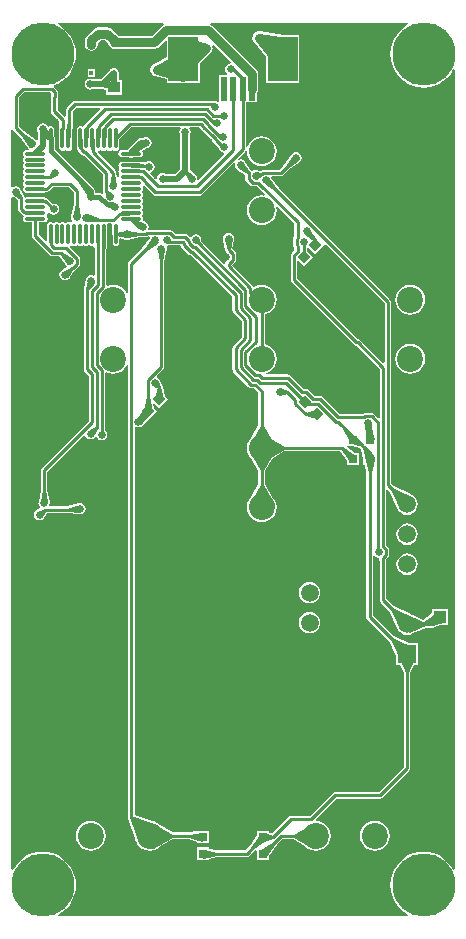
<source format=gtl>
%FSAX24Y24*%
%MOIN*%
G70*
G01*
G75*
G04 Layer_Physical_Order=1*
G04 Layer_Color=255*
%ADD10C,0.0100*%
%ADD11R,0.0300X0.0300*%
%ADD12P,0.0424X4X360.0*%
%ADD13P,0.0424X4X90.0*%
%ADD14R,0.0300X0.0300*%
%ADD15R,0.0118X0.0157*%
%ADD16R,0.0394X0.0413*%
%ADD17R,0.0984X0.1496*%
%ADD18R,0.0197X0.0787*%
%ADD19O,0.0709X0.0118*%
%ADD20O,0.0118X0.0709*%
%ADD21R,0.0394X0.0374*%
%ADD22C,0.0100*%
%ADD23C,0.0300*%
%ADD24C,0.0150*%
%ADD25C,0.0200*%
%ADD26C,0.0866*%
%ADD27C,0.2100*%
%ADD28C,0.0591*%
%ADD29R,0.0591X0.0591*%
%ADD30C,0.0250*%
%ADD31C,0.0260*%
G36*
X017574Y035215D02*
X017561Y035150D01*
X017576Y035078D01*
X017617Y035017D01*
X017634Y035005D01*
X017641Y034998D01*
X017903Y034825D01*
Y034703D01*
X017903Y034703D01*
X017911Y034660D01*
X017936Y034623D01*
X018073Y034486D01*
X018073Y034486D01*
X018110Y034461D01*
X018110Y034461D01*
X018110Y034461D01*
D01*
X018110Y034461D01*
X018110Y034461D01*
X018153Y034453D01*
X018153Y034453D01*
X018289D01*
X018561Y034180D01*
X018539Y034136D01*
X018450Y034147D01*
X018321Y034130D01*
X018201Y034081D01*
X018098Y034002D01*
X018019Y033899D01*
X017970Y033779D01*
X017953Y033650D01*
X017970Y033521D01*
X018019Y033401D01*
X018098Y033298D01*
X018201Y033219D01*
X018321Y033170D01*
X018450Y033153D01*
X018579Y033170D01*
X018699Y033219D01*
X018802Y033298D01*
X018881Y033401D01*
X018930Y033521D01*
X018947Y033650D01*
X018936Y033739D01*
X018980Y033761D01*
X019538Y033204D01*
Y032779D01*
X019536Y032777D01*
X019511Y032740D01*
X019503Y032697D01*
X019503Y032697D01*
Y032503D01*
X019503Y032503D01*
X019511Y032460D01*
X019536Y032423D01*
X019538Y032421D01*
Y032314D01*
X019449Y032225D01*
X019424Y032188D01*
X019416Y032146D01*
X019416Y032146D01*
Y031322D01*
X019416Y031322D01*
X019424Y031279D01*
X019449Y031243D01*
X021528Y029164D01*
X021528Y029164D01*
X021564Y029139D01*
X021564Y029139D01*
X021564Y029139D01*
D01*
X021564Y029139D01*
X021564Y029139D01*
X021607Y029131D01*
X021607Y029131D01*
X021610D01*
X022388Y028353D01*
Y026736D01*
X022342Y026717D01*
X022229Y026829D01*
X022229Y026829D01*
X022194Y026864D01*
X022158Y026889D01*
X022115Y026897D01*
X022115Y026897D01*
X021903D01*
X021860Y026889D01*
X021823Y026864D01*
X021823Y026864D01*
X021821Y026862D01*
X021040D01*
X020480Y027423D01*
X020444Y027447D01*
X020401Y027455D01*
X020401Y027455D01*
X020221D01*
X020025Y027651D01*
X019988Y027676D01*
X019946Y027684D01*
X019946Y027684D01*
X019851D01*
X019396Y028139D01*
X019359Y028164D01*
X019316Y028172D01*
X019316Y028172D01*
X018592D01*
X018583Y028221D01*
X018699Y028269D01*
X018802Y028348D01*
X018881Y028451D01*
X018930Y028571D01*
X018947Y028700D01*
X018930Y028829D01*
X018881Y028949D01*
X018802Y029052D01*
X018699Y029131D01*
X018579Y029180D01*
X018562Y029183D01*
Y030186D01*
X018579Y030188D01*
X018699Y030238D01*
X018802Y030317D01*
X018881Y030420D01*
X018930Y030540D01*
X018947Y030668D01*
X018930Y030797D01*
X018881Y030917D01*
X018802Y031020D01*
X018699Y031099D01*
X018579Y031149D01*
X018450Y031166D01*
X018321Y031149D01*
X018201Y031099D01*
X018171Y031102D01*
D01*
X018146Y031139D01*
X018146Y031139D01*
X017463Y031822D01*
X017564Y031923D01*
X017564Y031923D01*
X017589Y031960D01*
X017597Y032003D01*
X017597Y032003D01*
Y032197D01*
X017597Y032197D01*
X017589Y032240D01*
X017564Y032277D01*
X017564Y032277D01*
X017472Y032369D01*
X017534Y032670D01*
X017535Y032679D01*
X017539Y032700D01*
X017524Y032772D01*
X017483Y032833D01*
X017422Y032874D01*
X017350Y032889D01*
X017278Y032874D01*
X017217Y032833D01*
X017176Y032772D01*
X017161Y032700D01*
X017165Y032679D01*
X017166Y032670D01*
X017240Y032310D01*
X017244Y032300D01*
X017246Y032289D01*
X017246Y032289D01*
X017246Y032289D01*
X017252Y032281D01*
X017256Y032271D01*
X017257Y032270D01*
X017257Y032269D01*
X017265Y032262D01*
X017271Y032253D01*
X017373Y032151D01*
Y032049D01*
X017271Y031947D01*
X017246Y031911D01*
X017240Y031881D01*
X017193Y031866D01*
X016434Y032625D01*
X016439Y032650D01*
X016424Y032722D01*
X016383Y032783D01*
X016322Y032824D01*
X016250Y032839D01*
X016178Y032824D01*
X016117Y032783D01*
X016102Y032761D01*
X016052Y032756D01*
X015982Y032827D01*
X015946Y032851D01*
X015903Y032859D01*
X015903Y032859D01*
X015581D01*
X015477Y032964D01*
X015440Y032989D01*
X015397Y032997D01*
X015397Y032997D01*
X014708D01*
X014676Y033036D01*
X014689Y033100D01*
X014674Y033172D01*
X014633Y033233D01*
X014588Y033264D01*
X014581Y033268D01*
X014580Y033269D01*
X014572Y033274D01*
X014565Y033276D01*
X014508Y033301D01*
X014502Y033321D01*
X014511Y033367D01*
X014502Y033414D01*
X014476Y033453D01*
Y033478D01*
X014502Y033518D01*
X014511Y033564D01*
X014502Y033611D01*
X014476Y033650D01*
Y033675D01*
X014502Y033715D01*
X014511Y033761D01*
X014502Y033807D01*
X014476Y033847D01*
Y033872D01*
X014502Y033911D01*
X014511Y033958D01*
X014502Y034004D01*
X014476Y034044D01*
Y034069D01*
X014502Y034108D01*
X014511Y034155D01*
X014502Y034201D01*
X014476Y034241D01*
Y034266D01*
X014502Y034305D01*
X014511Y034352D01*
X014502Y034398D01*
X014484Y034425D01*
X014505Y034470D01*
X014528Y034472D01*
X014830Y034171D01*
X014830Y034171D01*
X014866Y034146D01*
X014909Y034138D01*
X016383D01*
X016383Y034138D01*
X016426Y034146D01*
X016462Y034171D01*
X017530Y035239D01*
X017574Y035215D01*
D02*
G37*
G36*
X016408Y036383D02*
X016426Y036357D01*
X016755Y036028D01*
X016755Y036028D01*
X016780Y036011D01*
X016806Y035985D01*
X016811Y035960D01*
X016836Y035923D01*
X017012Y035747D01*
X017026Y035678D01*
X017067Y035617D01*
X017128Y035576D01*
X017192Y035563D01*
X017192Y035563D01*
X017205Y035519D01*
X017207Y035515D01*
X017207Y035515D01*
X017207D01*
X016343Y034651D01*
X016299Y034675D01*
X016304Y034700D01*
X016289Y034772D01*
X016248Y034833D01*
X016236Y034842D01*
X016233Y034845D01*
X016052Y034980D01*
Y036144D01*
X016074Y036178D01*
X016089Y036250D01*
X016074Y036322D01*
X016038Y036376D01*
X016062Y036421D01*
X016371D01*
X016408Y036383D01*
D02*
G37*
G36*
X023341Y039840D02*
X023196Y039751D01*
X023063Y039637D01*
X022949Y039504D01*
X022858Y039355D01*
X022791Y039194D01*
X022750Y039024D01*
X022737Y038850D01*
X022750Y038676D01*
X022791Y038506D01*
X022858Y038345D01*
X022949Y038196D01*
X023063Y038063D01*
X023196Y037949D01*
X023345Y037858D01*
X023506Y037791D01*
X023676Y037750D01*
X023850Y037737D01*
X024024Y037750D01*
X024194Y037791D01*
X024355Y037858D01*
X024504Y037949D01*
X024637Y038063D01*
X024751Y038196D01*
X024840Y038341D01*
X024888Y038327D01*
Y011673D01*
X024840Y011659D01*
X024751Y011804D01*
X024637Y011937D01*
X024504Y012051D01*
X024355Y012142D01*
X024194Y012209D01*
X024024Y012250D01*
X023850Y012263D01*
X023676Y012250D01*
X023506Y012209D01*
X023345Y012142D01*
X023196Y012051D01*
X023063Y011937D01*
X022949Y011804D01*
X022858Y011655D01*
X022791Y011494D01*
X022750Y011324D01*
X022737Y011150D01*
X022750Y010976D01*
X022791Y010806D01*
X022858Y010645D01*
X022949Y010496D01*
X023063Y010363D01*
X023196Y010249D01*
X023341Y010160D01*
X023327Y010112D01*
X011673D01*
X011659Y010160D01*
X011804Y010249D01*
X011937Y010363D01*
X012051Y010496D01*
X012142Y010645D01*
X012209Y010806D01*
X012250Y010976D01*
X012263Y011150D01*
X012250Y011324D01*
X012209Y011494D01*
X012142Y011655D01*
X012051Y011804D01*
X011937Y011937D01*
X011804Y012051D01*
X011655Y012142D01*
X011494Y012209D01*
X011324Y012250D01*
X011150Y012263D01*
X010976Y012250D01*
X010806Y012209D01*
X010645Y012142D01*
X010496Y012051D01*
X010363Y011937D01*
X010249Y011804D01*
X010160Y011659D01*
X010112Y011673D01*
Y034047D01*
X010141Y034081D01*
X010155Y034089D01*
X010168Y034082D01*
X010178Y034076D01*
X010181Y034075D01*
X010329Y033993D01*
Y033691D01*
X010329Y033691D01*
X010338Y033648D01*
X010362Y033612D01*
X010461Y033513D01*
X010462Y033512D01*
X010462Y033511D01*
X010480Y033500D01*
X010490Y033493D01*
X010497Y033488D01*
X010498Y033488D01*
X010507Y033467D01*
X010515Y033439D01*
X010498Y033414D01*
X010489Y033367D01*
X010498Y033321D01*
X010524Y033281D01*
X010564Y033255D01*
X010610Y033246D01*
X010793D01*
Y033008D01*
Y032804D01*
X010793Y032804D01*
X010802Y032761D01*
X010826Y032724D01*
X011399Y032152D01*
X011399Y032152D01*
X011435Y032128D01*
X011435Y032128D01*
X011435Y032128D01*
D01*
X011435Y032128D01*
X011435Y032128D01*
X011478Y032119D01*
X011478Y032119D01*
X011709D01*
X011899Y031839D01*
X011906Y031833D01*
X011917Y031817D01*
X011948Y031795D01*
X011947Y031745D01*
X011828Y031674D01*
X011828Y031674D01*
X011827Y031674D01*
X011796Y031655D01*
X011787Y031647D01*
X011767Y031633D01*
X011726Y031572D01*
X011711Y031500D01*
X011726Y031428D01*
X011767Y031367D01*
X011828Y031326D01*
X011900Y031311D01*
X011972Y031326D01*
X012033Y031367D01*
X012047Y031387D01*
X012055Y031396D01*
X012074Y031427D01*
X012074Y031428D01*
X012074Y031428D01*
X012183Y031610D01*
X012190Y031611D01*
X012227Y031636D01*
X012379Y031788D01*
X012379Y031788D01*
X012404Y031825D01*
X012404Y031825D01*
X012404Y031825D01*
X012412Y031868D01*
X012412Y031868D01*
Y032032D01*
X012412Y032032D01*
X012404Y032075D01*
X012379Y032112D01*
X012379Y032112D01*
X012075Y032416D01*
X012079Y032450D01*
X012124Y032471D01*
X012158Y032448D01*
X012205Y032439D01*
X012251Y032448D01*
X012291Y032474D01*
X012316D01*
X012355Y032448D01*
X012402Y032439D01*
X012448Y032448D01*
X012487Y032474D01*
X012513D01*
X012552Y032448D01*
X012598Y032439D01*
X012645Y032448D01*
X012684Y032474D01*
X012709D01*
X012749Y032448D01*
X012795Y032439D01*
X012842Y032448D01*
X012883Y032386D01*
Y032386D01*
X012883D01*
X012887Y032200D01*
Y031493D01*
X012843Y031470D01*
X012836Y031474D01*
X012764Y031489D01*
X012692Y031474D01*
X012631Y031433D01*
X012590Y031372D01*
X012586Y031353D01*
X012583Y031345D01*
X012527Y031058D01*
X012527Y031051D01*
X012525Y031043D01*
X012525Y031040D01*
X012525Y031037D01*
X012525Y031037D01*
Y028343D01*
X012525Y028343D01*
X012533Y028300D01*
X012558Y028263D01*
X012685Y028136D01*
Y026626D01*
X011121Y025062D01*
X011096Y025025D01*
X011088Y024982D01*
X011088Y024982D01*
Y024335D01*
X011015Y023926D01*
X011015Y023918D01*
X011011Y023900D01*
X011026Y023828D01*
X011067Y023767D01*
X011068Y023765D01*
X011065Y023716D01*
X010985Y023676D01*
X010978Y023674D01*
X010965Y023666D01*
X010956Y023661D01*
X010942Y023651D01*
X010917Y023633D01*
X010876Y023572D01*
X010861Y023500D01*
X010876Y023428D01*
X010917Y023367D01*
X010978Y023326D01*
X011050Y023311D01*
X011122Y023326D01*
X011183Y023367D01*
X011201Y023392D01*
X011211Y023406D01*
X011216Y023415D01*
X011224Y023428D01*
X011226Y023435D01*
X011284Y023553D01*
X011964D01*
X012389Y023513D01*
X012390Y023513D01*
X012400Y023511D01*
X012432Y023518D01*
X012433Y023518D01*
X012433Y023518D01*
X012472Y023526D01*
X012533Y023567D01*
X012574Y023628D01*
X012589Y023700D01*
X012574Y023772D01*
X012533Y023833D01*
X012472Y023874D01*
X012400Y023889D01*
X012373Y023883D01*
X012359Y023882D01*
X011955Y023777D01*
X011393D01*
X011370Y023821D01*
X011374Y023828D01*
X011389Y023900D01*
X011385Y023918D01*
X011385Y023926D01*
X011312Y024335D01*
Y024936D01*
X012526Y026150D01*
X012574Y026136D01*
X012576Y026128D01*
X012617Y026067D01*
X012678Y026026D01*
X012750Y026011D01*
X012822Y026026D01*
X012883Y026067D01*
X012897Y026088D01*
X012922D01*
X012949Y026086D01*
X012984Y026034D01*
X013045Y025993D01*
X013117Y025978D01*
X013189Y025993D01*
X013250Y026034D01*
X013291Y026095D01*
X013306Y026167D01*
X013291Y026239D01*
X013250Y026300D01*
X013229Y026314D01*
Y028234D01*
X013271Y028261D01*
X013371Y028220D01*
X013500Y028203D01*
X013629Y028220D01*
X013749Y028269D01*
X013852Y028348D01*
X013931Y028451D01*
X013949Y028497D01*
X013999Y028487D01*
Y013408D01*
X013999Y013408D01*
X013999Y013405D01*
X013999Y013401D01*
X013999Y013401D01*
X013999Y013401D01*
X013999Y013399D01*
X013999Y013397D01*
X014000Y013392D01*
X014000Y013388D01*
X014001Y013386D01*
X014001Y013384D01*
X014003Y013380D01*
X014003Y013375D01*
X014004Y013373D01*
X014005Y013371D01*
X014005Y013371D01*
X014005Y013371D01*
X014231Y012722D01*
X014238Y012671D01*
X014288Y012551D01*
X014310Y012523D01*
X014310Y012522D01*
X014311Y012521D01*
X014367Y012448D01*
X014470Y012369D01*
X014590Y012320D01*
X014719Y012303D01*
X014847Y012320D01*
X014967Y012369D01*
X015065Y012444D01*
X015482Y012688D01*
X016022D01*
X016290Y012597D01*
Y012540D01*
X016710D01*
Y012960D01*
X016505D01*
X016488Y012961D01*
X016474Y012960D01*
X016290D01*
Y012940D01*
X016034Y012912D01*
X015482D01*
X015065Y013156D01*
X014997Y013208D01*
X014997Y013208D01*
X014996Y013209D01*
X014967Y013231D01*
X014847Y013280D01*
X014797Y013287D01*
X014223Y013487D01*
Y026407D01*
X014267Y026430D01*
X014274Y026426D01*
X014346Y026411D01*
X014418Y026426D01*
X014479Y026467D01*
X014484Y026475D01*
X014792Y026794D01*
X014794Y026797D01*
X014794Y026797D01*
X014797Y026799D01*
X014798Y026801D01*
X014947Y026950D01*
X014848Y027049D01*
X014824Y027189D01*
X014869Y027212D01*
X015039Y027042D01*
X015336Y027339D01*
X015231Y027444D01*
X015148Y027787D01*
X015144Y027795D01*
X015143Y027803D01*
X015143Y027804D01*
X015143Y027804D01*
X015142Y027804D01*
X015142Y027805D01*
X015077Y027958D01*
X015074Y027972D01*
X015066Y027985D01*
X015065Y027986D01*
X015053Y028003D01*
X015033Y028033D01*
X014972Y028074D01*
X014964Y028076D01*
X014950Y028124D01*
X015179Y028353D01*
X015179Y028353D01*
X015204Y028389D01*
X015204Y028389D01*
X015204Y028389D01*
X015212Y028432D01*
X015212Y028432D01*
Y031930D01*
X015285Y032339D01*
X015285Y032347D01*
X015289Y032365D01*
X015285Y032385D01*
X015298Y032452D01*
X015305Y032462D01*
X015369Y032475D01*
X015745D01*
X015751Y032443D01*
X015776Y032407D01*
X016007Y032176D01*
X016007Y032176D01*
X016043Y032151D01*
X016043Y032151D01*
X016043Y032151D01*
D01*
X016043Y032151D01*
X016043Y032151D01*
X016086Y032143D01*
X016099D01*
X017475Y030767D01*
Y030311D01*
X017475Y030311D01*
X017483Y030268D01*
X017508Y030232D01*
X017795Y029945D01*
Y029424D01*
X017508Y029137D01*
X017483Y029100D01*
X017475Y029057D01*
X017475Y029057D01*
Y028343D01*
X017475Y028343D01*
X017483Y028300D01*
X017508Y028263D01*
X018013Y027758D01*
X018013Y027758D01*
X018050Y027733D01*
X018093Y027725D01*
X018180D01*
X018338Y027567D01*
Y026482D01*
X018094Y026065D01*
X018019Y025967D01*
X017970Y025847D01*
X017953Y025719D01*
X017970Y025590D01*
X018019Y025470D01*
X018094Y025372D01*
X018338Y024955D01*
Y024513D01*
X018094Y024096D01*
X018019Y023999D01*
X017970Y023879D01*
X017953Y023750D01*
X017970Y023621D01*
X018019Y023501D01*
X018098Y023398D01*
X018201Y023319D01*
X018321Y023270D01*
X018450Y023253D01*
X018579Y023270D01*
X018699Y023319D01*
X018802Y023398D01*
X018881Y023501D01*
X018930Y023621D01*
X018947Y023750D01*
X018930Y023879D01*
X018881Y023999D01*
X018806Y024096D01*
X018562Y024513D01*
Y024955D01*
X018802Y025366D01*
X019213Y025606D01*
X021074D01*
X021290Y025283D01*
Y025140D01*
X021710D01*
Y025560D01*
X021567D01*
X021295Y025742D01*
X021309Y025790D01*
X021465D01*
X021723Y025713D01*
X021759Y025676D01*
X021840Y025320D01*
Y025140D01*
X021881D01*
X021938Y024887D01*
Y020100D01*
X021938Y020100D01*
X021946Y020057D01*
X021971Y020021D01*
X022700Y019292D01*
X022945Y018774D01*
Y018495D01*
X023072D01*
X023188Y018231D01*
Y015096D01*
X022354Y014262D01*
X020900D01*
X020900Y014262D01*
X020857Y014254D01*
X020821Y014229D01*
X020047Y013455D01*
X019417D01*
X019417Y013455D01*
X019374Y013447D01*
X019337Y013422D01*
X018793Y012878D01*
X018710Y012904D01*
Y012960D01*
X018511D01*
X018506Y012961D01*
X018504Y012960D01*
X018290D01*
Y012817D01*
X018051Y012459D01*
X017904Y012312D01*
X016963D01*
X016710Y012369D01*
Y012410D01*
X016290D01*
Y011990D01*
X016710D01*
Y012031D01*
X016963Y012088D01*
X017950D01*
X017950Y012088D01*
X017993Y012096D01*
X018029Y012121D01*
X018209Y012301D01*
X018246Y012325D01*
X018290Y012302D01*
Y011990D01*
X018710D01*
Y012133D01*
X018949Y012491D01*
X019146Y012688D01*
X019487D01*
X019904Y012444D01*
X020001Y012369D01*
X020121Y012320D01*
X020250Y012303D01*
X020379Y012320D01*
X020499Y012369D01*
X020602Y012448D01*
X020681Y012551D01*
X020730Y012671D01*
X020747Y012800D01*
X020730Y012929D01*
X020681Y013049D01*
X020602Y013152D01*
X020499Y013231D01*
X020379Y013280D01*
X020267Y013295D01*
X020251Y013342D01*
X020946Y014038D01*
X022400D01*
X022400Y014038D01*
X022443Y014046D01*
X022479Y014071D01*
X023379Y014971D01*
X023379Y014971D01*
X023404Y015007D01*
X023412Y015050D01*
Y018231D01*
X023528Y018495D01*
X023655D01*
Y019205D01*
X023376D01*
X022858Y019450D01*
X022162Y020146D01*
Y022112D01*
X022210Y022127D01*
X022217Y022117D01*
X022278Y022076D01*
X022350Y022061D01*
X022388Y021871D01*
Y020650D01*
X022388Y020650D01*
X022396Y020607D01*
X022421Y020571D01*
X022700Y020292D01*
X022964Y019733D01*
X022990Y019671D01*
X023019Y019632D01*
X023024Y019626D01*
X023024Y019625D01*
X023047Y019597D01*
X023121Y019540D01*
X023207Y019504D01*
X023300Y019492D01*
X023350Y019498D01*
X023353Y019498D01*
X023362Y019500D01*
X023393Y019504D01*
X023479Y019540D01*
X023493Y019550D01*
X023919Y019738D01*
X024165D01*
X024165Y019738D01*
X024167Y019738D01*
X024170Y019738D01*
X024184Y019741D01*
X024199Y019743D01*
X024435Y019818D01*
X024657D01*
Y020352D01*
X024143D01*
Y020210D01*
X023839Y019997D01*
X023493Y020150D01*
X023479Y020160D01*
X023417Y020186D01*
X022858Y020450D01*
X022612Y020696D01*
Y022021D01*
X022664Y022073D01*
X022664Y022073D01*
X022689Y022110D01*
X022697Y022153D01*
X022697Y022153D01*
Y022347D01*
X022697Y022347D01*
X022689Y022390D01*
X022664Y022427D01*
X022664Y022427D01*
X022612Y022479D01*
Y024314D01*
X022658Y024333D01*
X022700Y024292D01*
X022964Y023733D01*
X022990Y023671D01*
X023019Y023632D01*
X023024Y023626D01*
X023024Y023625D01*
X023047Y023597D01*
X023121Y023540D01*
X023207Y023504D01*
X023300Y023492D01*
X023393Y023504D01*
X023479Y023540D01*
X023553Y023597D01*
X023610Y023671D01*
X023646Y023757D01*
X023658Y023850D01*
X023646Y023943D01*
X023610Y024029D01*
X023553Y024103D01*
X023525Y024126D01*
X023524Y024126D01*
X023518Y024131D01*
X023479Y024160D01*
X023417Y024186D01*
X022858Y024450D01*
X022772Y024536D01*
Y030590D01*
X022772Y030590D01*
X022764Y030633D01*
X022739Y030669D01*
X019023Y034386D01*
X018774Y034728D01*
X018797Y034773D01*
X019085D01*
X019085Y034773D01*
X019128Y034781D01*
X019164Y034806D01*
X019336Y034977D01*
X019715Y035252D01*
X019719Y035257D01*
X019733Y035267D01*
X019774Y035328D01*
X019789Y035400D01*
X019774Y035472D01*
X019733Y035533D01*
X019672Y035574D01*
X019600Y035589D01*
X019528Y035574D01*
X019467Y035533D01*
X019457Y035519D01*
X019452Y035515D01*
X019177Y035136D01*
X019039Y034997D01*
X018503D01*
X018460Y034989D01*
X018428Y034967D01*
X018266Y034985D01*
X018250Y034989D01*
X018224Y034983D01*
X018215Y034983D01*
X018211Y034981D01*
X018178Y034974D01*
X018147Y034953D01*
X018098Y034963D01*
X017902Y035259D01*
X017895Y035266D01*
X017883Y035283D01*
X017822Y035324D01*
X017750Y035339D01*
X017685Y035326D01*
X017661Y035370D01*
X017894Y035603D01*
X017894Y035603D01*
X017905Y035619D01*
X017954Y035608D01*
X017970Y035490D01*
X018019Y035370D01*
X018098Y035267D01*
X018201Y035188D01*
X018321Y035138D01*
X018450Y035121D01*
X018579Y035138D01*
X018699Y035188D01*
X018802Y035267D01*
X018881Y035370D01*
X018930Y035490D01*
X018947Y035619D01*
X018930Y035747D01*
X018881Y035867D01*
X018802Y035970D01*
X018699Y036049D01*
X018579Y036099D01*
X018450Y036116D01*
X018321Y036099D01*
X018201Y036049D01*
X018098Y035970D01*
X018019Y035867D01*
X017976Y035763D01*
X017927Y035773D01*
Y037246D01*
X018288D01*
Y037559D01*
X018328Y037618D01*
X018344Y037700D01*
Y038174D01*
X018328Y038256D01*
X018281Y038326D01*
X016813Y039794D01*
X016744Y039840D01*
X016758Y039888D01*
X023327D01*
X023341Y039840D01*
D02*
G37*
G36*
X013465Y033169D02*
X013461Y033151D01*
Y032560D01*
X013471Y032514D01*
X013497Y032474D01*
X013536Y032448D01*
X013583Y032439D01*
X013629Y032448D01*
X013669Y032474D01*
X013695Y032514D01*
X013704Y032560D01*
Y032674D01*
X013743Y032705D01*
X013913Y032667D01*
X013913Y032667D01*
X013913Y032667D01*
X013917Y032666D01*
X013928Y032666D01*
X013950Y032661D01*
X013972Y032666D01*
X013983Y032666D01*
X014388Y032753D01*
X014597D01*
X014597Y032753D01*
X014640Y032761D01*
X014645Y032765D01*
X014657Y032773D01*
X014703D01*
X014726Y032728D01*
X014477Y032386D01*
X014031Y031940D01*
X014007Y031904D01*
X013999Y031861D01*
X013999Y031861D01*
Y030882D01*
X013949Y030872D01*
X013931Y030917D01*
X013852Y031020D01*
X013749Y031099D01*
X013629Y031149D01*
X013500Y031166D01*
X013371Y031149D01*
X013315Y031126D01*
X013273Y031153D01*
Y032196D01*
X013297Y032508D01*
X013301Y032514D01*
X013310Y032560D01*
Y033151D01*
X013307Y033169D01*
X013338Y033208D01*
X013433D01*
X013465Y033169D01*
D02*
G37*
G36*
X022548Y030544D02*
Y028576D01*
X022502Y028556D01*
X021736Y029322D01*
X021699Y029347D01*
X021656Y029355D01*
X021656Y029355D01*
X021653D01*
X019640Y031369D01*
Y031948D01*
X019686Y031967D01*
X019850Y031803D01*
X020147Y032100D01*
X019962Y032285D01*
Y032403D01*
X020008Y032422D01*
X020239Y032192D01*
X020536Y032489D01*
X020536Y032489D01*
X020536D01*
X020544Y032497D01*
X020594D01*
X022548Y030544D01*
D02*
G37*
G36*
X010171Y036321D02*
X010377Y036114D01*
X010652Y035735D01*
X010657Y035731D01*
X010667Y035717D01*
X010689Y035702D01*
X010674Y035654D01*
X010610D01*
X010564Y035645D01*
X010524Y035619D01*
X010498Y035579D01*
X010489Y035533D01*
X010498Y035486D01*
X010524Y035447D01*
Y035422D01*
X010498Y035382D01*
X010489Y035336D01*
X010498Y035289D01*
X010524Y035250D01*
Y035225D01*
X010498Y035185D01*
X010489Y035139D01*
X010498Y035093D01*
X010524Y035053D01*
Y035028D01*
X010498Y034989D01*
X010489Y034942D01*
X010498Y034896D01*
X010524Y034856D01*
Y034831D01*
X010498Y034792D01*
X010489Y034745D01*
X010498Y034699D01*
X010524Y034659D01*
Y034634D01*
X010498Y034595D01*
X010489Y034548D01*
X010498Y034502D01*
X010524Y034463D01*
Y034437D01*
X010498Y034398D01*
X010489Y034352D01*
X010498Y034305D01*
X010524Y034266D01*
X010564Y034239D01*
X010610Y034230D01*
X011201D01*
X011247Y034239D01*
X011269D01*
X011269Y034239D01*
X011312Y034248D01*
X011349Y034272D01*
X011499Y034423D01*
X012019D01*
X012188Y034254D01*
Y033853D01*
X012099Y033449D01*
X012099Y033438D01*
X012094Y033415D01*
X012108Y033343D01*
X012141Y033294D01*
X012134Y033260D01*
X012088Y033240D01*
X012054Y033263D01*
X012008Y033272D01*
X011961Y033263D01*
X011922Y033237D01*
X011897D01*
X011857Y033263D01*
X011811Y033272D01*
X011765Y033263D01*
X011725Y033237D01*
X011700D01*
X011661Y033263D01*
X011614Y033272D01*
X011568Y033263D01*
X011528Y033237D01*
X011503D01*
X011464Y033263D01*
X011417Y033272D01*
X011371Y033263D01*
X011331Y033237D01*
X011305Y033197D01*
X011296Y033151D01*
Y032637D01*
X011250Y032618D01*
X011018Y032850D01*
Y033246D01*
X011201D01*
X011247Y033255D01*
X011287Y033281D01*
X011313Y033321D01*
X011322Y033367D01*
X011313Y033414D01*
X011287Y033453D01*
Y033478D01*
X011313Y033518D01*
X011321Y033559D01*
X011370Y033569D01*
X011382Y033552D01*
X011443Y033511D01*
X011515Y033496D01*
X011587Y033511D01*
X011648Y033552D01*
X011689Y033613D01*
X011704Y033685D01*
X011689Y033757D01*
X011648Y033818D01*
X011587Y033859D01*
X011515Y033874D01*
X011491Y033869D01*
X011322Y034037D01*
X011286Y034062D01*
X011249Y034069D01*
X011247Y034070D01*
X011201Y034079D01*
X010610D01*
X010564Y034070D01*
X010564Y034070D01*
X010564Y034070D01*
X010549Y034090D01*
Y034090D01*
X010549Y034090D01*
X010546Y034095D01*
X010545Y034102D01*
X010541Y034107D01*
X010539Y034113D01*
X010425Y034319D01*
X010424Y034322D01*
X010418Y034332D01*
X010408Y034350D01*
X010399Y034361D01*
X010383Y034383D01*
X010322Y034424D01*
X010250Y034439D01*
X010178Y034424D01*
X010156Y034410D01*
X010112Y034433D01*
Y036322D01*
X010160Y036337D01*
X010171Y036321D01*
D02*
G37*
G36*
X011438Y037544D02*
Y037453D01*
X011436Y037451D01*
X011428Y037408D01*
X011428Y037408D01*
Y036942D01*
X011428Y036942D01*
X011436Y036899D01*
X011461Y036863D01*
X011710Y036613D01*
Y036414D01*
X011704Y036407D01*
X011680Y036371D01*
X011671Y036328D01*
X011671Y036328D01*
Y036102D01*
X011671Y036102D01*
X011680Y036059D01*
X011680Y036059D01*
X011680Y036059D01*
X011690Y036044D01*
Y035749D01*
X011699Y035703D01*
X011725Y035663D01*
X011765Y035637D01*
X011811Y035628D01*
X011857Y035637D01*
X011897Y035663D01*
X011922D01*
X011961Y035637D01*
X012008Y035628D01*
X012054Y035637D01*
X012094Y035663D01*
X012120Y035703D01*
X012129Y035749D01*
Y036014D01*
X012139Y036029D01*
X012148Y036072D01*
Y036939D01*
X012269Y037061D01*
X013053D01*
X013072Y037014D01*
X012547Y036489D01*
X012546Y036488D01*
X012546Y036488D01*
X012534Y036470D01*
X012523Y036453D01*
X012522Y036452D01*
X012502Y036444D01*
X012474Y036435D01*
X012448Y036452D01*
X012402Y036461D01*
X012355Y036452D01*
X012316Y036426D01*
X012289Y036386D01*
X012280Y036340D01*
Y035749D01*
X012289Y035703D01*
X012314Y035666D01*
X012325Y035638D01*
X012326Y035637D01*
X012326Y035636D01*
X012337Y035619D01*
X012349Y035601D01*
X012350Y035601D01*
X012350Y035600D01*
X012449Y035501D01*
X012485Y035477D01*
X012522Y035469D01*
X013153Y034839D01*
Y034285D01*
X013153Y034285D01*
X013155Y034275D01*
X013155Y034266D01*
X013156Y034262D01*
X013156Y034259D01*
X013158Y034255D01*
X013158Y034252D01*
X013164Y034231D01*
X013124Y034201D01*
X013085Y034227D01*
X013032Y034238D01*
X012888D01*
Y034300D01*
X012877Y034353D01*
X012847Y034397D01*
X011555Y035690D01*
Y035749D01*
Y036019D01*
X011557Y036027D01*
X011557Y036036D01*
X011558Y036044D01*
X011554Y036067D01*
X011552Y036090D01*
X011548Y036098D01*
X011546Y036107D01*
X011539Y036118D01*
Y036340D01*
X011529Y036386D01*
X011503Y036426D01*
X011464Y036452D01*
X011417Y036461D01*
X011371Y036452D01*
X011331Y036426D01*
X011314Y036437D01*
X011283Y036483D01*
X011222Y036524D01*
X011150Y036539D01*
X011078Y036524D01*
X011017Y036483D01*
X010976Y036422D01*
X010961Y036350D01*
X010976Y036278D01*
X010987Y036261D01*
Y035989D01*
X010939Y035975D01*
X010933Y035983D01*
X010919Y035993D01*
X010915Y035998D01*
X010536Y036273D01*
X010362Y036446D01*
Y037394D01*
X010546Y037578D01*
X011404D01*
X011438Y037544D01*
D02*
G37*
G36*
X015185Y039840D02*
X015116Y039794D01*
X014780Y039457D01*
X013902Y039464D01*
X013901Y039464D01*
X013900Y039464D01*
X013897Y039464D01*
X013895Y039464D01*
X013675Y039459D01*
X013451Y039683D01*
X013381Y039729D01*
X013299Y039745D01*
X013001D01*
X012919Y039729D01*
X012849Y039683D01*
X012625Y039458D01*
X012578Y039388D01*
X012562Y039306D01*
Y039191D01*
Y039171D01*
X012578Y039089D01*
X012625Y039020D01*
X012694Y038973D01*
X012776Y038957D01*
X012858Y038973D01*
X012927Y039020D01*
X012974Y039089D01*
X012990Y039171D01*
Y039218D01*
X013090Y039317D01*
X013210D01*
X013317Y039211D01*
X013326Y039164D01*
X013373Y039094D01*
X013405Y039073D01*
Y039033D01*
X013519D01*
X013524Y039031D01*
X013529Y039033D01*
X013575D01*
X013595Y039028D01*
X014868D01*
X014908Y039036D01*
X014948Y039044D01*
X014949Y039045D01*
X014950Y039045D01*
X014971Y039059D01*
X014984Y039067D01*
X015018Y039090D01*
X015018Y039091D01*
X015019Y039091D01*
X015248Y039320D01*
X015294Y039301D01*
Y038758D01*
X014849Y038521D01*
X014849Y038521D01*
X014847Y038520D01*
X014847Y038519D01*
X014845Y038519D01*
X014823Y038500D01*
X014799Y038484D01*
X014793Y038475D01*
X014785Y038468D01*
X014784Y038467D01*
X014783Y038467D01*
X014783Y038466D01*
X014782Y038465D01*
X014769Y038439D01*
X014752Y038414D01*
X014750Y038404D01*
X014745Y038395D01*
X014745Y038394D01*
X014745Y038393D01*
X014744Y038391D01*
X014744Y038390D01*
X014742Y038361D01*
X014736Y038332D01*
X014738Y038322D01*
X014737Y038312D01*
X014737Y038311D01*
X014737Y038309D01*
X014737Y038308D01*
X014737Y038307D01*
X014746Y038279D01*
X014752Y038250D01*
X014758Y038242D01*
X014761Y038232D01*
X014762Y038231D01*
X014762Y038230D01*
X014763Y038229D01*
X014763Y038228D01*
X014782Y038205D01*
X014799Y038181D01*
X014807Y038175D01*
X014814Y038167D01*
X014815Y038166D01*
X014816Y038166D01*
X014817Y038165D01*
X014817Y038164D01*
X014844Y038151D01*
X014868Y038134D01*
X014878Y038132D01*
X014887Y038127D01*
X014889Y038127D01*
X014890Y038127D01*
X014891Y038127D01*
X014892Y038126D01*
X015294Y038013D01*
Y037876D01*
X015825D01*
X015843Y037875D01*
X015847Y037876D01*
X016399D01*
Y038546D01*
X016751Y038899D01*
X016756Y038906D01*
X016764Y038912D01*
X016767Y038918D01*
X016772Y038922D01*
X016774Y038928D01*
X016779Y038933D01*
X016787Y038951D01*
X016798Y038968D01*
X016800Y038977D01*
X016804Y038985D01*
X016805Y038992D01*
X016808Y038997D01*
X016808Y039004D01*
X016810Y039010D01*
X016810Y039030D01*
X016810Y039031D01*
X016814Y039050D01*
X016812Y039059D01*
X016813Y039068D01*
X016812Y039073D01*
X016812Y039074D01*
X016812Y039081D01*
X016810Y039087D01*
X016810Y039094D01*
X016802Y039112D01*
X016798Y039132D01*
X016796Y039135D01*
X016824Y039159D01*
X016836Y039166D01*
X017417Y038584D01*
X017403Y038536D01*
X017343Y038524D01*
X017282Y038483D01*
X017241Y038422D01*
X017226Y038350D01*
X017241Y038278D01*
X017282Y038217D01*
X017304Y038202D01*
X017290Y038154D01*
X017027D01*
Y037291D01*
X016983Y037267D01*
X016972Y037274D01*
X016900Y037289D01*
X016854Y037280D01*
X016827Y037285D01*
X016827Y037285D01*
X012223D01*
X012223Y037285D01*
X012180Y037276D01*
X012143Y037252D01*
X012143Y037252D01*
X011956Y037065D01*
X011932Y037029D01*
X011924Y036986D01*
X011924Y036986D01*
Y036783D01*
X011877Y036764D01*
X011652Y036989D01*
Y037373D01*
X011654Y037375D01*
X011662Y037418D01*
X011662Y037418D01*
Y037590D01*
X011654Y037633D01*
X011629Y037669D01*
X011629Y037669D01*
X011535Y037763D01*
X011545Y037812D01*
X011655Y037858D01*
X011804Y037949D01*
X011937Y038063D01*
X012051Y038196D01*
X012142Y038345D01*
X012209Y038506D01*
X012250Y038676D01*
X012263Y038850D01*
X012250Y039024D01*
X012209Y039194D01*
X012142Y039355D01*
X012051Y039504D01*
X011937Y039637D01*
X011804Y039751D01*
X011659Y039840D01*
X011673Y039888D01*
X015171D01*
X015185Y039840D01*
D02*
G37*
G36*
X015762Y036376D02*
X015726Y036322D01*
X015711Y036250D01*
X015725Y036180D01*
Y035029D01*
X015559Y034863D01*
X015239D01*
X015222Y034874D01*
X015150Y034889D01*
X015078Y034874D01*
X015017Y034833D01*
X014976Y034772D01*
X014962Y034701D01*
X014948Y034697D01*
X014911Y034690D01*
X014864Y034737D01*
Y034737D01*
X014864D01*
X014864Y034737D01*
X014864Y034737D01*
X014864D01*
X014864Y034737D01*
X014864Y034737D01*
X014862Y034744D01*
X014861Y034746D01*
X014861Y034746D01*
X014838Y034781D01*
X014838D01*
X014838Y034781D01*
X014838Y034781D01*
X014838Y034781D01*
X014744Y034875D01*
X014758Y034923D01*
X014772Y034926D01*
X014833Y034967D01*
X014874Y035028D01*
X014889Y035100D01*
X014874Y035172D01*
X014833Y035233D01*
X014772Y035274D01*
X014700Y035289D01*
X014628Y035274D01*
X014589Y035248D01*
X014560Y035243D01*
X014557Y035240D01*
X014441Y035248D01*
X014436Y035251D01*
X014390Y035260D01*
X013799D01*
X013753Y035251D01*
X013713Y035225D01*
X013687Y035185D01*
X013678Y035139D01*
X013687Y035093D01*
X013713Y035053D01*
Y035028D01*
X013687Y034989D01*
X013678Y034942D01*
X013687Y034896D01*
X013713Y034856D01*
Y034831D01*
X013687Y034792D01*
X013683Y034770D01*
X013633Y034770D01*
X013612Y034885D01*
Y034903D01*
X013612Y034903D01*
X013604Y034946D01*
X013579Y034983D01*
X013579Y034983D01*
X012982Y035579D01*
X012986Y035596D01*
X012996Y035629D01*
X013039Y035637D01*
X013078Y035663D01*
X013103D01*
X013143Y035637D01*
X013189Y035628D01*
X013235Y035637D01*
X013275Y035663D01*
X013300D01*
X013339Y035637D01*
X013386Y035628D01*
X013432Y035637D01*
X013472Y035663D01*
X013497D01*
X013536Y035637D01*
X013583Y035628D01*
X013629Y035637D01*
X013669Y035663D01*
X013695Y035703D01*
X013704Y035749D01*
Y036007D01*
X014117Y036421D01*
X015738D01*
X015762Y036376D01*
D02*
G37*
%LPC*%
G36*
X023300Y022208D02*
X023207Y022196D01*
X023121Y022160D01*
X023047Y022103D01*
X022990Y022029D01*
X022954Y021943D01*
X022942Y021850D01*
X022954Y021757D01*
X022990Y021671D01*
X023047Y021597D01*
X023121Y021540D01*
X023207Y021504D01*
X023300Y021492D01*
X023393Y021504D01*
X023479Y021540D01*
X023553Y021597D01*
X023610Y021671D01*
X023646Y021757D01*
X023658Y021850D01*
X023646Y021943D01*
X023610Y022029D01*
X023553Y022103D01*
X023479Y022160D01*
X023393Y022196D01*
X023300Y022208D01*
D02*
G37*
G36*
X020050Y021258D02*
X019957Y021246D01*
X019871Y021210D01*
X019797Y021153D01*
X019740Y021079D01*
X019704Y020993D01*
X019692Y020900D01*
X019704Y020807D01*
X019740Y020721D01*
X019797Y020647D01*
X019871Y020590D01*
X019957Y020554D01*
X020050Y020542D01*
X020143Y020554D01*
X020229Y020590D01*
X020303Y020647D01*
X020360Y020721D01*
X020396Y020807D01*
X020408Y020900D01*
X020396Y020993D01*
X020360Y021079D01*
X020303Y021153D01*
X020229Y021210D01*
X020143Y021246D01*
X020050Y021258D01*
D02*
G37*
G36*
X012750Y013297D02*
X012621Y013280D01*
X012501Y013231D01*
X012398Y013152D01*
X012319Y013049D01*
X012270Y012929D01*
X012253Y012800D01*
X012270Y012671D01*
X012319Y012551D01*
X012398Y012448D01*
X012501Y012369D01*
X012621Y012320D01*
X012750Y012303D01*
X012879Y012320D01*
X012999Y012369D01*
X013102Y012448D01*
X013181Y012551D01*
X013230Y012671D01*
X013247Y012800D01*
X013230Y012929D01*
X013181Y013049D01*
X013102Y013152D01*
X012999Y013231D01*
X012879Y013280D01*
X012750Y013297D01*
D02*
G37*
G36*
X022218D02*
X022090Y013280D01*
X021970Y013231D01*
X021867Y013152D01*
X021788Y013049D01*
X021738Y012929D01*
X021721Y012800D01*
X021738Y012671D01*
X021788Y012551D01*
X021867Y012448D01*
X021970Y012369D01*
X022090Y012320D01*
X022218Y012303D01*
X022347Y012320D01*
X022467Y012369D01*
X022570Y012448D01*
X022649Y012551D01*
X022699Y012671D01*
X022716Y012800D01*
X022699Y012929D01*
X022649Y013049D01*
X022570Y013152D01*
X022467Y013231D01*
X022347Y013280D01*
X022218Y013297D01*
D02*
G37*
G36*
X020050Y020258D02*
X019957Y020246D01*
X019871Y020210D01*
X019797Y020153D01*
X019740Y020079D01*
X019704Y019993D01*
X019692Y019900D01*
X019704Y019807D01*
X019740Y019721D01*
X019797Y019647D01*
X019871Y019590D01*
X019957Y019554D01*
X020050Y019542D01*
X020143Y019554D01*
X020229Y019590D01*
X020303Y019647D01*
X020360Y019721D01*
X020396Y019807D01*
X020408Y019900D01*
X020396Y019993D01*
X020360Y020079D01*
X020303Y020153D01*
X020229Y020210D01*
X020143Y020246D01*
X020050Y020258D01*
D02*
G37*
G36*
X023300Y023208D02*
X023207Y023196D01*
X023121Y023160D01*
X023047Y023103D01*
X022990Y023029D01*
X022954Y022943D01*
X022942Y022850D01*
X022954Y022757D01*
X022990Y022671D01*
X023047Y022597D01*
X023121Y022540D01*
X023207Y022504D01*
X023300Y022492D01*
X023393Y022504D01*
X023479Y022540D01*
X023553Y022597D01*
X023610Y022671D01*
X023646Y022757D01*
X023658Y022850D01*
X023646Y022943D01*
X023610Y023029D01*
X023553Y023103D01*
X023479Y023160D01*
X023393Y023196D01*
X023300Y023208D01*
D02*
G37*
G36*
X018350Y039614D02*
X018324Y039609D01*
X018298Y039608D01*
X018296Y039607D01*
X018294Y039607D01*
X018292Y039606D01*
X018289Y039605D01*
X018279Y039600D01*
X018268Y039598D01*
X018246Y039583D01*
X018223Y039572D01*
X018221Y039570D01*
X018219Y039569D01*
X018218Y039568D01*
X018215Y039567D01*
X018208Y039558D01*
X018199Y039551D01*
X018184Y039530D01*
X018166Y039510D01*
X018166Y039508D01*
X018164Y039506D01*
X018163Y039504D01*
X018162Y039502D01*
X018159Y039491D01*
X018152Y039482D01*
X018147Y039456D01*
X018138Y039432D01*
X018138Y039429D01*
X018138Y039427D01*
X018138Y039425D01*
X018137Y039423D01*
X018138Y039411D01*
X018136Y039400D01*
X018141Y039374D01*
X018142Y039348D01*
X018143Y039346D01*
X018143Y039344D01*
X018144Y039342D01*
X018145Y039339D01*
X018150Y039329D01*
X018152Y039318D01*
X018167Y039296D01*
X018178Y039273D01*
X018180Y039271D01*
X018181Y039269D01*
X018182Y039267D01*
X018183Y039265D01*
X018601Y038748D01*
Y037876D01*
X019706D01*
Y039492D01*
X019182D01*
X018382Y039612D01*
X018379Y039612D01*
X018377Y039612D01*
X018375Y039612D01*
X018373Y039613D01*
X018361Y039612D01*
X018350Y039614D01*
D02*
G37*
G36*
X014600Y036089D02*
X014528Y036074D01*
X014511Y036063D01*
X014440D01*
X014377Y036051D01*
X014324Y036015D01*
X013979Y035670D01*
X013970Y035656D01*
X013968Y035654D01*
X013799D01*
X013753Y035645D01*
X013713Y035619D01*
X013687Y035579D01*
X013678Y035533D01*
X013687Y035486D01*
X013713Y035447D01*
X013753Y035421D01*
X013799Y035411D01*
X014021D01*
X014032Y035404D01*
X014049Y035401D01*
X014064Y035395D01*
X014080Y035395D01*
X014094Y035392D01*
X014111Y035395D01*
X014128Y035395D01*
X014142Y035401D01*
X014157Y035404D01*
X014168Y035411D01*
X014390D01*
X014436Y035421D01*
X014476Y035447D01*
X014502Y035486D01*
X014511Y035533D01*
X014502Y035579D01*
X014476Y035618D01*
X014618Y035715D01*
X014672Y035726D01*
X014733Y035767D01*
X014774Y035828D01*
X014789Y035900D01*
X014774Y035972D01*
X014733Y036033D01*
X014672Y036074D01*
X014600Y036089D01*
D02*
G37*
G36*
X013524Y038390D02*
X013522Y038389D01*
X013520Y038389D01*
X013491Y038383D01*
X013462Y038377D01*
X013460Y038376D01*
X013458Y038376D01*
X013443Y038365D01*
X013405D01*
Y038338D01*
X013080Y038013D01*
X012824D01*
X012807Y038024D01*
X012739Y038038D01*
D01*
X012739Y038038D01*
X012744Y038088D01*
X012895D01*
Y038365D01*
X012657D01*
Y038088D01*
X012727D01*
X012731Y038038D01*
X012663Y038024D01*
X012602Y037983D01*
X012561Y037922D01*
X012547Y037850D01*
X012561Y037778D01*
X012602Y037717D01*
X012663Y037676D01*
X012735Y037661D01*
X012807Y037676D01*
X012824Y037687D01*
X013126D01*
X013278Y037647D01*
Y037503D01*
X013792D01*
Y037997D01*
X013693D01*
X013689Y038127D01*
X013687Y038230D01*
X013681Y038259D01*
X013675Y038289D01*
X013674Y038290D01*
X013673Y038292D01*
X013656Y038317D01*
X013643Y038336D01*
Y038365D01*
X013604D01*
X013586Y038377D01*
X013585Y038377D01*
X013583Y038379D01*
X013553Y038384D01*
X013524Y038390D01*
D02*
G37*
G36*
X023400Y029197D02*
X023271Y029180D01*
X023151Y029131D01*
X023048Y029052D01*
X022969Y028949D01*
X022920Y028829D01*
X022903Y028700D01*
X022920Y028571D01*
X022969Y028451D01*
X023048Y028348D01*
X023151Y028269D01*
X023271Y028220D01*
X023400Y028203D01*
X023529Y028220D01*
X023649Y028269D01*
X023752Y028348D01*
X023831Y028451D01*
X023880Y028571D01*
X023897Y028700D01*
X023880Y028829D01*
X023831Y028949D01*
X023752Y029052D01*
X023649Y029131D01*
X023529Y029180D01*
X023400Y029197D01*
D02*
G37*
G36*
Y031166D02*
X023271Y031149D01*
X023151Y031099D01*
X023048Y031020D01*
X022969Y030917D01*
X022920Y030797D01*
X022903Y030668D01*
X022920Y030540D01*
X022969Y030420D01*
X023048Y030317D01*
X023151Y030238D01*
X023271Y030188D01*
X023400Y030171D01*
X023529Y030188D01*
X023649Y030238D01*
X023752Y030317D01*
X023831Y030420D01*
X023880Y030540D01*
X023897Y030668D01*
X023880Y030797D01*
X023831Y030917D01*
X023752Y031020D01*
X023649Y031099D01*
X023529Y031149D01*
X023400Y031166D01*
D02*
G37*
%LPD*%
D10*
X019850Y032600D02*
D03*
D11*
X016500Y012750D02*
D03*
Y012200D02*
D03*
X018500D02*
D03*
Y012750D02*
D03*
D12*
X020289Y026861D02*
D03*
X019900Y027250D02*
D03*
D13*
X015039Y027339D02*
D03*
X014650Y026950D02*
D03*
X020239Y032489D02*
D03*
X019850Y032100D02*
D03*
D14*
X022050Y026000D02*
D03*
X021500D02*
D03*
Y025350D02*
D03*
X022050D02*
D03*
D15*
X013524Y039171D02*
D03*
X013150D02*
D03*
X012776D02*
D03*
X013524Y038226D02*
D03*
X012776D02*
D03*
D16*
X024400Y020715D02*
D03*
Y020085D02*
D03*
D17*
X019154Y038684D02*
D03*
X015846D02*
D03*
D18*
X016870Y037700D02*
D03*
X017185D02*
D03*
X018130D02*
D03*
X017815D02*
D03*
X017500D02*
D03*
D19*
X010906Y035533D02*
D03*
Y035336D02*
D03*
Y035139D02*
D03*
Y034942D02*
D03*
Y034745D02*
D03*
Y034548D02*
D03*
Y034352D02*
D03*
Y034155D02*
D03*
Y033958D02*
D03*
Y033761D02*
D03*
Y033564D02*
D03*
Y033367D02*
D03*
X014094D02*
D03*
Y033564D02*
D03*
Y033761D02*
D03*
Y033958D02*
D03*
Y034155D02*
D03*
Y034352D02*
D03*
Y034548D02*
D03*
Y034745D02*
D03*
Y034942D02*
D03*
Y035139D02*
D03*
Y035336D02*
D03*
Y035533D02*
D03*
D20*
X011417Y032856D02*
D03*
X011614D02*
D03*
X011811D02*
D03*
X012008D02*
D03*
X012205D02*
D03*
X012402D02*
D03*
X012598D02*
D03*
X012795D02*
D03*
X012992D02*
D03*
X013189D02*
D03*
X013386D02*
D03*
X013583D02*
D03*
Y036044D02*
D03*
X013386D02*
D03*
X013189D02*
D03*
X012992D02*
D03*
X012795D02*
D03*
X012598D02*
D03*
X012402D02*
D03*
X012205D02*
D03*
X012008D02*
D03*
X011811D02*
D03*
X011614D02*
D03*
X011417D02*
D03*
D21*
X014165Y037750D02*
D03*
X013535D02*
D03*
D22*
X011111Y023456D02*
X011215Y023665D01*
X011006Y023561D02*
X011215Y023665D01*
X011970D02*
X012400Y023700D01*
X011970Y023665D02*
X012387Y023774D01*
X011970Y023665D02*
X012400Y023625D01*
X011200Y024325D02*
X011275Y023907D01*
X011125D02*
X011200Y024325D01*
X018551Y034593D02*
X018937Y034313D01*
X018657Y034699D02*
X018937Y034313D01*
X013265Y034285D02*
X013400Y034100D01*
X013265Y034285D02*
X013453Y034154D01*
X013265Y034285D02*
X013333Y034066D01*
X015100Y031940D02*
Y032365D01*
X015025Y032358D02*
X015100Y031940D01*
X015175Y032358D01*
X014563Y032313D02*
X014900Y032650D01*
X014563Y032313D02*
X014843Y032699D01*
X014563Y032313D02*
X014949Y032593D01*
X010205Y034190D02*
X010441Y034059D01*
X010310Y034295D02*
X010441Y034059D01*
X012637Y031037D02*
X012764Y031300D01*
X012637Y031037D02*
X012693Y031324D01*
X012637Y031037D02*
X012827Y031259D01*
X012283Y033415D02*
X012300Y033841D01*
X012358Y033419D01*
X012208Y033425D02*
X012300Y033841D01*
X015888Y034962D02*
X016115Y034700D01*
X015888Y034962D02*
X016166Y034755D01*
X015888Y034962D02*
X016053Y034657D01*
X014858Y027838D02*
X015039Y027761D01*
X014962Y027942D02*
X015039Y027761D01*
X014346Y026600D02*
X014650Y026950D01*
X014406Y026556D02*
X014650Y026950D01*
X014293Y026654D02*
X014650Y026950D01*
X014346Y026600D02*
X014558Y026988D01*
X014414Y026570D02*
X014558Y026988D01*
X014283Y026641D02*
X014558Y026988D01*
X014346Y026600D02*
X014711Y026872D01*
X014395Y026544D02*
X014711Y026872D01*
X014306Y026664D02*
X014711Y026872D01*
X014403Y026552D02*
X014650Y026904D01*
X014297Y026657D02*
X014650Y026904D01*
X012610Y033400D02*
X013072Y033320D01*
X012603Y033325D02*
X013072Y033320D01*
X012629Y033473D02*
X013072Y033320D01*
X011769Y032231D02*
X012050Y031950D01*
X011769Y032231D02*
X012098Y032008D01*
X011769Y032231D02*
X011992Y031902D01*
X014105Y033357D02*
X014500Y033100D01*
X014105Y033357D02*
X014536Y033166D01*
X014105Y033357D02*
X014454Y033041D01*
X014362Y033100D02*
X014500D01*
X014362D02*
X014480Y033172D01*
X014362Y033100D02*
X014480Y033028D01*
X014362Y033100D02*
X014480Y033172D01*
X014362Y033100D02*
X014480Y033028D01*
X013583Y032856D02*
X013950Y032850D01*
X013583Y032856D02*
X013943Y032925D01*
X013583Y032856D02*
X013941Y032776D01*
X013647Y032850D02*
X013941Y032924D01*
X013647Y032850D02*
X013941Y032776D01*
X013950Y032850D02*
X014376Y032865D01*
X013959Y032776D02*
X014376Y032865D01*
X013954Y032925D02*
X014376Y032865D01*
X013550Y032354D02*
X013624Y032164D01*
X013476D02*
X013550Y032354D01*
X011959Y031454D02*
X012115Y031715D01*
X011854Y031559D02*
X012115Y031715D01*
X012809Y026154D02*
X012957Y026407D01*
X012704Y026259D02*
X012957Y026407D01*
X011395Y034745D02*
X011550Y034900D01*
X011395Y034745D02*
X011489Y034943D01*
X011395Y034745D02*
X011593Y034839D01*
X010463Y036187D02*
X010800Y035850D01*
X010463Y036187D02*
X010849Y035907D01*
X010463Y036187D02*
X010743Y035801D01*
X017350Y032332D02*
Y032700D01*
X017275Y032692D02*
X017350Y032332D01*
X017425Y032692D01*
X018250Y034800D02*
X018468Y034850D01*
X018279Y034731D02*
X018468Y034850D01*
X018246Y034875D02*
X018468Y034850D01*
X019263Y035063D02*
X019543Y035449D01*
X019263Y035063D02*
X019649Y035343D01*
X022000Y026550D02*
X022036Y026125D01*
X021926Y026537D02*
X022036Y026125D01*
X022075Y026550D01*
X022000Y026550D02*
X022112Y026128D01*
X021929Y026525D02*
X022112Y026128D01*
X022074Y026563D02*
X022112Y026128D01*
X021964Y026125D02*
X022000Y026550D01*
X021925Y026550D02*
X021964Y026125D01*
X022074Y026537D01*
X022000Y026125D02*
Y026550D01*
X021925Y026543D02*
X022000Y026125D01*
X022075Y026543D01*
X013500Y034875D02*
X013575Y034457D01*
X013425D02*
X013500Y034875D01*
X019061Y027526D02*
X019300Y027600D01*
X019061Y027674D02*
X019300Y027600D01*
X017703Y035092D02*
X018015Y034885D01*
X017808Y035197D02*
X018015Y034885D01*
X019902Y032892D02*
X020239Y032661D01*
X020008Y032998D02*
X020239Y032661D01*
X012359Y036509D02*
X012600Y036850D01*
X012359Y036509D02*
X012535Y036888D01*
X012359Y036509D02*
X012657Y036801D01*
X011405Y034155D02*
X011550Y034300D01*
X011405Y034155D02*
X011488Y034342D01*
X011405Y034155D02*
X011592Y034238D01*
X022793Y019357D02*
X023392Y018963D01*
X022793Y019357D02*
X023187Y018758D01*
X022793Y019357D02*
X023441Y019051D01*
X022793Y019357D02*
X023099Y018709D01*
X023156Y018832D02*
X023300Y018255D01*
X023444Y018832D01*
X023060Y018799D02*
X023300Y018255D01*
X023540Y018799D01*
X022793Y020357D02*
X023300Y019850D01*
X022793Y020357D02*
X023392Y019963D01*
X022793Y020357D02*
X023187Y019758D01*
X022793Y020357D02*
X023441Y020051D01*
X022793Y020357D02*
X023099Y019709D01*
X023318Y019706D02*
X023895Y019850D01*
X023318Y019994D02*
X023895Y019850D01*
X023351Y019610D02*
X023895Y019850D01*
X023351Y020090D02*
X023895Y019850D01*
X022793Y024357D02*
X023392Y023963D01*
X022793Y024357D02*
X023187Y023758D01*
X022793Y024357D02*
X023441Y024051D01*
X022793Y024357D02*
X023099Y023709D01*
X018450Y024483D02*
X018533Y023755D01*
X018367D02*
X018450Y024483D01*
X018632Y023773D01*
X018268D02*
X018450Y024483D01*
X018728Y023805D01*
X018172D02*
X018450Y024483D01*
X018820Y023850D01*
X018080D02*
X018450Y024483D01*
X018455Y025636D02*
X019183Y025719D01*
X018455Y025801D02*
X019183Y025719D01*
X018473Y025537D02*
X019183Y025719D01*
X018473Y025900D02*
X019183Y025719D01*
X018505Y025441D02*
X019183Y025719D01*
X018505Y025996D02*
X019183Y025719D01*
X018550Y025349D02*
X019183Y025719D01*
X018550Y026088D02*
X019183Y025719D01*
X018450Y026452D02*
X018533Y025723D01*
X018367D02*
X018450Y026452D01*
X018632Y025741D01*
X018268D02*
X018450Y026452D01*
X018728Y025773D01*
X018172D02*
X018450Y026452D01*
X018820Y025819D01*
X018080D02*
X018450Y026452D01*
X018367Y025714D02*
X018450Y024985D01*
X018533Y025714D01*
X018268Y025696D02*
X018450Y024985D01*
X018632Y025696D01*
X018172Y025664D02*
X018450Y024985D01*
X018728Y025664D01*
X018080Y025618D02*
X018450Y024985D01*
X018820Y025618D01*
X019517Y012800D02*
X020250D01*
X019517D02*
X020245Y012883D01*
X019517Y012800D02*
X020245Y012717D01*
X019517Y012800D02*
X020227Y012982D01*
X019517Y012800D02*
X020227Y012618D01*
X019517Y012800D02*
X020195Y013078D01*
X019517Y012800D02*
X020195Y012522D01*
X019517Y012800D02*
X020150Y013170D01*
X019517Y012800D02*
X020150Y012430D01*
X014723Y012717D02*
X015452Y012800D01*
X014723Y012883D02*
X015452Y012800D01*
X014741Y012618D02*
X015452Y012800D01*
X014741Y012982D02*
X015452Y012800D01*
X014773Y012522D02*
X015452Y012800D01*
X014773Y013078D02*
X015452Y012800D01*
X014819Y012430D02*
X015452Y012800D01*
X014819Y013170D02*
X015452Y012800D01*
X014111Y013408D02*
X014774Y012862D01*
X014111Y013408D02*
X014657Y012744D01*
X014111Y013408D02*
X014833Y012943D01*
X014111Y013408D02*
X014576Y012685D01*
X014111Y013408D02*
X014883Y013030D01*
X014111Y013408D02*
X014488Y012636D01*
X014111Y013408D02*
X014922Y013124D01*
X014111Y013408D02*
X014394Y012596D01*
X011614Y035749D02*
X011642Y035679D01*
X011614Y035749D02*
X011642Y035679D01*
X012008Y036340D02*
X012036Y036699D01*
X012205Y036340D02*
X012233Y036410D01*
X012205Y036340D02*
X012233Y036410D01*
X012402Y035749D02*
X012429Y035679D01*
X012402Y035749D02*
X012429Y035679D01*
X012598Y036340D02*
X012626Y036410D01*
X012598Y036340D02*
X012626Y036410D01*
X012795Y035749D02*
X012823Y035580D01*
X012992Y036340D02*
X013020Y036439D01*
X012992Y036340D02*
X013020Y036439D01*
X013189Y036340D02*
X013217Y036410D01*
X013189Y036340D02*
X013217Y036410D01*
X014390Y035139D02*
X014590Y035126D01*
X014390Y034942D02*
X014500D01*
X013729Y033536D02*
X013799Y033564D01*
X013729Y033536D02*
X013799Y033564D01*
X013583Y032856D02*
X013647Y032850D01*
X013583Y032856D02*
X013942Y032850D01*
X013583Y032856D02*
X013647Y032850D01*
X013386Y032560D02*
X013414Y032490D01*
X013386Y032560D02*
X013414Y032490D01*
X013161Y032200D02*
X013189Y032560D01*
X012992D02*
X012999Y032201D01*
X011417Y032560D02*
X011445Y032490D01*
X011417Y032560D02*
X011445Y032490D01*
X010906Y033008D02*
Y033367D01*
X010540Y033592D02*
X010610Y033564D01*
X010540Y033592D02*
X010610Y033564D01*
X011201Y034155D02*
X011405D01*
X011201Y034352D02*
X011269D01*
X011201D02*
X011269D01*
X011201Y034745D02*
X011395D01*
X017500Y037006D02*
Y037405D01*
X017815Y037006D02*
Y037405D01*
X023824Y019850D02*
X024400Y020075D01*
X023824Y019850D02*
X024331Y020205D01*
X023824Y019850D02*
X024437Y019933D01*
X024165Y019850D02*
X024400Y020075D01*
X024165Y019850D02*
X024277Y020156D01*
X024165Y019850D02*
X024475Y019949D01*
X024165Y019850D02*
X024400Y020075D01*
X024165Y019850D02*
X024277Y020156D01*
X024165Y019850D02*
X024475Y019949D01*
X021951Y025339D02*
X022050Y024900D01*
X022149Y025339D01*
X022050Y025550D02*
X022147Y025375D01*
X021953D02*
X022050Y025550D01*
X021860Y025740D02*
X022050Y025350D01*
X021860Y025740D02*
X022134Y025404D01*
X021860Y025740D02*
X021956Y025317D01*
X022050Y025350D02*
Y025550D01*
X022147Y025375D01*
X021953D02*
X022050Y025550D01*
X021138Y025712D02*
X021500Y025350D01*
X021138Y025712D02*
X021563Y025427D01*
X021138Y025712D02*
X021423Y025287D01*
X021196Y026404D02*
X021500Y026000D01*
X021196Y026404D02*
X021574Y026068D01*
X021196Y026404D02*
X021415Y025948D01*
X021500Y026000D02*
X021790Y025810D01*
X021458Y025909D02*
X021790Y025810D01*
X021566Y026075D02*
X021790Y025810D01*
X022000Y026456D02*
X022050Y026000D01*
X022000Y026456D02*
X022148Y026022D01*
X021950Y026000D02*
X022000Y026456D01*
X014353Y026608D02*
X014650Y026950D01*
X014353Y026608D02*
X014568Y027007D01*
X014353Y026608D02*
X014718Y026877D01*
X014650Y026950D02*
X014665Y027460D01*
X014750Y026957D01*
X014551Y026963D02*
X014665Y027460D01*
X015039Y027761D02*
X015138Y027351D01*
X014940D02*
X015039Y027761D01*
X019921Y026861D02*
X020289D01*
X019921D02*
X020275Y026960D01*
X019921Y026861D02*
X020275Y026762D01*
X018138Y012388D02*
X018500Y012750D01*
X018138Y012388D02*
X018423Y012813D01*
X018138Y012388D02*
X018563Y012673D01*
X018515Y012651D02*
X018824Y012750D01*
X018515Y012849D02*
X018824Y012750D01*
X018577Y012137D02*
X018862Y012562D01*
X018437Y012277D02*
X018862Y012562D01*
X016511Y012101D02*
X016950Y012200D01*
X016511Y012299D02*
X016950Y012200D01*
X016040Y012800D02*
X016500Y012750D01*
X016040Y012800D02*
X016500Y012850D01*
X016040Y012800D02*
X016479Y012652D01*
X019850Y032250D02*
Y032600D01*
X022340Y022250D02*
Y026560D01*
X022500Y022432D02*
Y028400D01*
Y022432D02*
X022585Y022347D01*
Y022153D02*
Y022347D01*
X022500Y022068D02*
X022585Y022153D01*
X022500Y020650D02*
Y022068D01*
X022340Y022250D02*
X022350D01*
X022500Y020650D02*
X023300Y019850D01*
X017587Y028343D02*
X018093Y027837D01*
X018227D02*
X018450Y027614D01*
X018093Y027837D02*
X018227D01*
X017907Y028925D02*
X018250Y029268D01*
Y030100D01*
X017587Y028343D02*
Y029057D01*
X017907Y029377D01*
Y029991D01*
X017747Y028409D02*
Y028991D01*
X018067Y029311D01*
Y030057D01*
X017907Y028475D02*
Y028925D01*
Y030444D02*
X018250Y030100D01*
X017907Y030444D02*
Y030993D01*
X017587Y030311D02*
X017907Y029991D01*
X017747Y030377D02*
X018067Y030057D01*
X016250Y032650D02*
X017907Y030993D01*
X014661Y035139D02*
X014700Y035100D01*
X014108Y035126D02*
X014590D01*
X014094Y035139D02*
X014108Y035126D01*
X014603Y035139D02*
X014661D01*
X014590Y035126D02*
X014603Y035139D01*
X010906Y033958D02*
X011243D01*
X011515Y033686D01*
Y033685D02*
Y033686D01*
X010906Y034155D02*
X011405D01*
X011550Y034300D01*
X012600Y036750D02*
Y036850D01*
X012359Y036509D02*
X012600Y036750D01*
X012626Y036410D02*
X013229Y037013D01*
X012626Y036072D02*
Y036410D01*
X012332Y036509D02*
X012359D01*
X012233Y036410D02*
X012332Y036509D01*
X012036Y036072D02*
Y036986D01*
X012223Y037173D02*
X015673D01*
X012036Y036986D02*
X012223Y037173D01*
X019650Y032732D02*
Y033250D01*
X019615Y032697D02*
X019650Y032732D01*
X019615Y032503D02*
Y032697D01*
Y032503D02*
X019650Y032468D01*
Y032268D02*
Y032468D01*
X019850Y032100D02*
Y032600D01*
X019528Y031322D02*
Y032146D01*
Y031322D02*
X021607Y029243D01*
X019528Y032146D02*
X019650Y032268D01*
X018600Y034650D02*
X022660Y030590D01*
Y024490D02*
Y030590D01*
X021607Y029243D02*
X021656D01*
X022500Y028400D01*
X020239Y032489D02*
Y032661D01*
X019950Y032950D02*
X020239Y032661D01*
X016853Y036550D02*
X016950D01*
X012992Y036044D02*
X013020Y036072D01*
X022660Y024490D02*
X023300Y023850D01*
X017113Y036063D02*
X017150Y036100D01*
X013189Y036044D02*
X013217Y036072D01*
X024165Y019850D02*
X024400Y020085D01*
X023300Y019850D02*
X024165D01*
X010540Y033592D02*
X010878D01*
X010906Y033564D01*
X014094Y034942D02*
X014500D01*
X014559Y034600D02*
Y034618D01*
X014759Y034683D02*
Y034701D01*
X014543Y034917D02*
X014759Y034701D01*
X014525Y034917D02*
X014543D01*
X014500Y034942D02*
X014525Y034917D01*
X014435Y034742D02*
X014559Y034618D01*
X017415Y038350D02*
X017498D01*
X017815Y037700D02*
Y038033D01*
X017498Y038350D02*
X017815Y038033D01*
X014094Y034742D02*
X014435D01*
X012795Y036044D02*
X012823Y036017D01*
X018450Y025719D02*
Y027614D01*
Y023750D02*
Y025719D01*
X021131D01*
X021500Y025350D01*
X019967Y027183D02*
X020334D01*
X019900Y027250D02*
X019967Y027183D01*
X013583Y036044D02*
X014071Y036533D01*
X012598Y036044D02*
X012626Y036072D01*
X022000Y026050D02*
Y026550D01*
Y026050D02*
X022050Y026000D01*
X012402Y036044D02*
X012429Y036017D01*
X013400Y034100D02*
Y034150D01*
X013265Y034285D02*
X013400Y034150D01*
X013217Y036072D02*
Y036410D01*
X013500Y036693D01*
X017815Y035682D02*
Y037700D01*
X016842Y036108D02*
X016915Y036035D01*
Y036003D02*
Y036035D01*
Y036003D02*
X017168Y035750D01*
X016900Y036268D02*
X016909D01*
X017113Y036063D01*
X016829Y036800D02*
X017200D01*
X016665Y036503D02*
Y036511D01*
Y036503D02*
X016900Y036268D01*
X013020Y036072D02*
Y036439D01*
X013433Y036853D01*
X017168Y035750D02*
X017200D01*
X017500Y035650D02*
Y037700D01*
X016834Y036108D02*
X016842D01*
X014071Y036533D02*
X016417D01*
X016505Y036445D01*
Y036436D02*
Y036445D01*
Y036436D02*
X016834Y036108D01*
X013500Y036693D02*
X016484D01*
X016665Y036511D01*
X013433Y036853D02*
X016550D01*
X016853Y036550D01*
X013229Y037013D02*
X016616D01*
X016829Y036800D01*
X015673Y037173D02*
X016827D01*
X016900Y037100D01*
X018468Y034850D02*
X018503Y034885D01*
X019085D02*
X019600Y035400D01*
X018503Y034885D02*
X019085D01*
X018300Y034850D02*
X018468D01*
X018250Y034800D02*
X018300Y034850D01*
X017750Y035150D02*
X018015Y034885D01*
Y034703D02*
Y034885D01*
Y034703D02*
X018153Y034565D01*
X018335D01*
X019650Y033250D01*
X018450Y028700D02*
Y030668D01*
X010500Y037690D02*
X011450D01*
X010250Y037440D02*
X010500Y037690D01*
X010250Y036400D02*
Y037440D01*
Y036400D02*
X010800Y035850D01*
X019100Y012800D02*
X020250D01*
X010906Y034745D02*
X011395D01*
X011550Y034900D01*
X012797Y028409D02*
Y030960D01*
X011453Y034535D02*
X012065D01*
X010906Y034352D02*
X011269D01*
X011453Y034535D01*
X012065D02*
X012300Y034300D01*
Y033400D02*
Y034300D01*
X012750Y026200D02*
X012957Y026407D01*
X012797Y028409D02*
X012957Y028249D01*
Y026407D02*
Y028249D01*
X011417Y032856D02*
X011445Y032828D01*
Y032490D02*
X011544Y032391D01*
X011478Y032231D02*
X011769D01*
X012050Y031950D01*
X011445Y032490D02*
Y032828D01*
X011544Y032391D02*
X011941D01*
X010906Y032804D02*
X011478Y032231D01*
X013647Y032850D02*
X013950D01*
X013612Y032885D02*
X013647Y032850D01*
X013550Y032150D02*
Y032354D01*
X013386Y032856D02*
X013414Y032828D01*
X010906Y032804D02*
Y033367D01*
X014094D02*
X014362Y033100D01*
X014500D01*
X014597Y032865D02*
X014617Y032885D01*
X015397D01*
X013970Y032865D02*
X014597D01*
X014719Y012800D02*
X016450D01*
X016500Y012750D01*
Y012200D02*
X017950D01*
X018500Y012750D01*
Y012200D02*
X019100Y012800D01*
X018500Y012750D02*
X018824D01*
X019417Y013343D01*
X020093D01*
X020900Y014150D01*
X022400D01*
X023300Y015050D01*
Y018850D01*
X012957Y028475D02*
X013117Y028315D01*
Y026167D02*
Y028315D01*
X011200Y023900D02*
Y024982D01*
X012797Y026579D01*
Y028183D01*
X012637Y028343D02*
X012797Y028183D01*
X012637Y028343D02*
Y031037D01*
X013414Y032490D02*
Y032828D01*
Y032490D02*
X013550Y032354D01*
X011941Y032391D02*
X012300Y032032D01*
X011900Y031500D02*
X012115Y031715D01*
X012147D01*
X012300Y031868D01*
Y032032D01*
X012957Y028475D02*
Y030893D01*
X012764Y031300D02*
X012832Y031232D01*
X012992Y032856D02*
X012999Y032848D01*
X012797Y030960D02*
X012999Y031162D01*
X012637Y031037D02*
X012832Y031232D01*
X014111Y031861D02*
X014900Y032650D01*
X014346Y026600D02*
X014650Y026904D01*
Y026950D01*
X014900Y027900D02*
X015039Y027761D01*
Y027339D02*
Y027761D01*
X014559Y034600D02*
X014909Y034250D01*
X014759Y034683D02*
X014992Y034450D01*
X015397Y032885D02*
X015535Y032747D01*
X014909Y034250D02*
X016383D01*
X017815Y035682D01*
X016300Y034450D02*
X017500Y035650D01*
X014992Y034450D02*
X016300D01*
X016115Y034700D02*
Y034735D01*
X015888Y034962D02*
X016115Y034735D01*
X013161Y032828D02*
X013189Y032856D01*
X012957Y030893D02*
X013161Y031098D01*
X012285Y033415D02*
X012300Y033400D01*
X012283Y033415D02*
X012285D01*
X012999Y031162D02*
Y032848D01*
X013161Y031098D02*
Y032828D01*
X010250Y034250D02*
X010441Y034059D01*
Y033691D02*
Y034059D01*
Y033691D02*
X010540Y033592D01*
X014111Y013408D02*
X014719Y012800D01*
X014111Y013408D02*
Y031861D01*
X014665Y027997D02*
X015100Y028432D01*
X014650Y026950D02*
X014665Y026965D01*
Y027997D01*
X015100Y028432D02*
Y032365D01*
X022050Y020100D02*
X023300Y018850D01*
X022050Y020100D02*
Y025350D01*
X015535Y032747D02*
X015903D01*
X017747Y030377D02*
Y030903D01*
X015903Y032747D02*
X016015Y032635D01*
Y032553D02*
Y032635D01*
Y032553D02*
X016153Y032415D01*
X016235D01*
X017747Y030903D01*
X015836Y032587D02*
X015855Y032569D01*
Y032486D02*
Y032569D01*
Y032486D02*
X016086Y032255D01*
X016145D01*
X017587Y030813D01*
Y030311D02*
Y030813D01*
X015300Y032650D02*
X015363Y032587D01*
X015836D01*
X017350Y031776D02*
X018067Y031059D01*
Y030883D02*
Y031059D01*
Y030883D02*
X018282Y030668D01*
X018450D01*
X017350Y032332D02*
Y032700D01*
Y032332D02*
X017485Y032197D01*
Y032003D02*
Y032197D01*
X017350Y031868D02*
X017485Y032003D01*
X017350Y031776D02*
Y031868D01*
X011614Y036044D02*
X011642Y036017D01*
Y035679D02*
Y036017D01*
Y035679D02*
X011741Y035580D01*
X013500Y034450D02*
Y034903D01*
X013265Y034285D02*
Y034885D01*
X012823Y035580D02*
Y036017D01*
Y035580D02*
X013500Y034903D01*
X012570Y035580D02*
X013265Y034885D01*
X012528Y035580D02*
X012570D01*
X012429Y035679D02*
X012528Y035580D01*
X012429Y035679D02*
Y036017D01*
X011741Y035580D02*
X012078D01*
X012233Y035735D01*
Y036410D01*
X014067Y033592D02*
X014094Y033564D01*
X012610Y033400D02*
X012690Y033320D01*
X013729Y033536D02*
X014011D01*
X014067Y033592D01*
X012690Y033320D02*
X013513D01*
X013729Y033536D01*
X013950Y032885D02*
X013970Y032865D01*
X019946Y027572D02*
X020174Y027343D01*
X020401D01*
X019804Y027572D02*
X019946D01*
X020401Y027343D02*
X020994Y026750D01*
X022150D02*
X022340Y026560D01*
X020994Y026750D02*
X021868D01*
X021903Y026785D01*
X022115D02*
X022150Y026750D01*
X021903Y026785D02*
X022115D01*
X020334Y027183D02*
X020928Y026590D01*
X021010D01*
X022050Y025350D02*
Y025550D01*
X021010Y026590D02*
X021790Y025810D01*
Y025804D02*
Y025810D01*
Y025804D02*
X021854Y025740D01*
X021860D01*
X022050Y025550D01*
X019050Y027600D02*
X019300D01*
X019578Y027322D01*
Y027204D02*
Y027322D01*
Y027204D02*
X019921Y026861D01*
X020289D01*
X017747Y028409D02*
X018159Y027997D01*
X018293D01*
X018390Y027900D01*
X019250D01*
X019900Y027250D01*
X017907Y028475D02*
X018225Y028157D01*
X018359D01*
X018456Y028060D01*
X019316D01*
X019804Y027572D01*
X011450Y037690D02*
X011550Y037590D01*
X011783Y036102D02*
Y036328D01*
X011823Y036367D01*
X011811Y036044D02*
Y036074D01*
X011783Y036102D02*
X011811Y036074D01*
X011823Y036367D02*
Y036660D01*
X011540Y037408D02*
X011550Y037418D01*
Y037590D01*
X011540Y036942D02*
Y037408D01*
Y036942D02*
X011823Y036660D01*
X012365Y023665D02*
X012400Y023700D01*
X011215Y023665D02*
X012365D01*
X011050Y023500D02*
X011215Y023665D01*
D23*
X010500Y025000D02*
X011100Y025600D01*
X011800Y037300D02*
X012050Y037550D01*
Y037950D01*
X015475Y037700D02*
X016500D01*
X015846Y038940D02*
X016600Y039050D01*
X015971Y038621D02*
X016600Y039050D01*
X015874Y039281D02*
X016600Y039050D01*
X016234Y038684D02*
X016600Y039050D01*
X013960Y038300D02*
Y038661D01*
X013900Y039250D02*
X014868Y039243D01*
X013595D02*
X013900Y039250D01*
X014165Y037750D02*
Y038096D01*
X014175Y037750D02*
X014561Y037700D01*
X014950Y038332D02*
X015846Y038428D01*
X014950Y038332D02*
X015746Y038755D01*
X014950Y038332D02*
X015818Y038087D01*
X015846Y038940D02*
X016600Y039050D01*
X015971Y038621D02*
X016600Y039050D01*
X015874Y039281D02*
X016600Y039050D01*
X018130Y037995D02*
Y038174D01*
Y037995D02*
Y038174D01*
X016500Y037700D02*
X016870D01*
X018350Y039400D02*
X019154Y038940D01*
X018350Y039400D02*
X019266Y039263D01*
X018350Y039400D02*
X018932Y038680D01*
X012776Y039191D02*
Y039306D01*
Y039191D02*
Y039306D01*
X015494Y038332D02*
X015846Y038684D01*
X014950Y038332D02*
X015494D01*
X013900Y039243D02*
X014868D01*
X013595D02*
X013900D01*
Y039250D01*
X013960Y038300D02*
Y038661D01*
X014868Y039243D02*
X015267Y039642D01*
X013524Y039246D02*
Y039306D01*
X013299Y039531D02*
X013524Y039306D01*
X013001Y039531D02*
X013299D01*
X012776Y039171D02*
Y039306D01*
X013001Y039531D01*
X013150Y039111D02*
Y039171D01*
X018130Y037700D02*
Y038174D01*
X015267Y039642D02*
X016662D01*
X018130Y038174D01*
X019066Y038684D02*
X019154D01*
X018350Y039400D02*
X019066Y038684D01*
X016234D02*
X016600Y039050D01*
X015846Y038684D02*
X016234D01*
X016500Y037700D02*
X016870D01*
X014561D02*
X016500D01*
X012050Y037550D02*
Y037950D01*
X011810Y037310D02*
X012050Y037550D01*
X011800Y037300D02*
X011810D01*
Y037310D01*
X011050Y022600D02*
X012450D01*
X010500Y023150D02*
X011050Y022600D01*
X010500Y023150D02*
Y025000D01*
X011100Y025600D01*
X012450Y022600D02*
X012800Y022950D01*
X013960Y038300D02*
X014155Y038105D01*
X014165Y038096D02*
X014561Y037700D01*
X013150Y039111D02*
X013960Y038300D01*
D24*
X013292Y033840D02*
X013550Y033750D01*
X012383Y034667D02*
X012750Y034100D01*
Y034300D01*
X011417Y035633D02*
Y035749D01*
Y035633D02*
Y035749D01*
Y035633D02*
Y036044D01*
Y035633D02*
X012750Y034300D01*
Y034100D02*
Y034300D01*
X013292Y033840D02*
X013460D01*
X012750Y034100D02*
X013032D01*
X013292Y033840D01*
X013460D02*
X013550Y033750D01*
D25*
X016701Y032649D02*
X017250Y032100D01*
X010210Y032767D02*
X010250Y033500D01*
X012090Y031227D02*
X012750Y031700D01*
X012563D02*
X012750D01*
X013400Y031350D02*
X013550Y031500D01*
X013400Y031350D02*
X013550Y032128D01*
X011150Y035797D02*
Y036350D01*
X011395Y036044D01*
X011550Y036600D02*
X011613Y036454D01*
X014094Y035555D02*
X014600Y035900D01*
X014440D02*
X014600D01*
X023300Y020850D02*
X024197Y020754D01*
X023300Y020655D02*
X024197Y020754D01*
X023342Y021041D02*
X024197Y020754D01*
X023321Y020656D02*
X024195Y020850D01*
X023321Y021044D02*
X024195Y020850D01*
X016481Y032868D02*
Y033650D01*
X016349Y033639D02*
X016481Y032868D01*
X016614Y033639D01*
X016156Y033579D02*
X016481Y032868D01*
X016807Y033579D01*
X016481Y026752D02*
X016614Y025727D01*
X016349D02*
X016481Y026752D01*
X016810Y025772D01*
X016153D02*
X016481Y026752D01*
X016349Y025710D02*
X016481Y024685D01*
X016614Y025710D01*
X016153Y025665D02*
X016481Y024685D01*
X016810Y025665D01*
X016481Y024783D02*
X016614Y023759D01*
X016349D02*
X016481Y024783D01*
X016810Y023804D01*
X016153D02*
X016481Y024783D01*
X020398Y028700D02*
X021423Y028833D01*
X020398Y028700D02*
X021423Y028567D01*
X020398Y028700D02*
X021378Y029029D01*
X020398Y028700D02*
X021378Y028371D01*
X010674Y031526D02*
X011620Y030768D01*
X010674Y031526D02*
X011432Y030580D01*
X010674Y031526D02*
X011732Y030934D01*
X010674Y031526D02*
X011266Y030468D01*
X016349Y028691D02*
X016481Y027667D01*
X016614Y028691D01*
X016153Y028646D02*
X016481Y027667D01*
X016810Y028646D01*
X021185Y014769D02*
X022218D01*
X021185D02*
X022210Y014901D01*
X021185Y014769D02*
X022210Y014636D01*
X021185Y014769D02*
X022165Y015097D01*
X021185Y014769D02*
X022165Y014440D01*
X019217Y014769D02*
X020241Y014901D01*
X019217Y014769D02*
X020241Y014636D01*
X019217Y014769D02*
X020196Y015097D01*
X019217Y014769D02*
X020196Y014440D01*
X020259Y014636D02*
X021283Y014769D01*
X020259Y014901D02*
X021283Y014769D01*
X020304Y014440D02*
X021283Y014769D01*
X020304Y015097D02*
X021283Y014769D01*
X014727Y014636D02*
X015752Y014769D01*
X014727Y014901D02*
X015752Y014769D01*
X014772Y014440D02*
X015752Y014769D01*
X014772Y015097D02*
X015752Y014769D01*
X013148Y037850D02*
X013525Y037750D01*
X013524Y038207D02*
X013535Y037750D01*
X013148Y037850D02*
X013525Y037750D01*
X013524Y038226D02*
X013535Y037750D01*
X013524Y038207D02*
X013535Y037750D01*
X013524Y038226D02*
X013535Y037750D01*
X023538Y020850D02*
X024400Y020725D01*
X013148Y037850D02*
X013524Y038207D01*
Y037761D02*
Y038207D01*
X014094Y035555D02*
X014440Y035900D01*
X014600D01*
X011150Y036290D02*
Y036350D01*
Y035797D02*
Y036290D01*
X010906Y035555D02*
X010916Y035565D01*
X010918D02*
X011150Y035797D01*
X010916Y035565D02*
X010918D01*
X012735Y037850D02*
X013148D01*
X011550Y036517D02*
X011613Y036454D01*
X011550Y036517D02*
Y036600D01*
X011150Y036290D02*
X011395Y036044D01*
X015888Y036238D02*
X015900Y036250D01*
X015888Y034962D02*
Y036238D01*
X015627Y034700D02*
X015888Y034962D01*
X015150Y034700D02*
X015627D01*
X012563Y031700D02*
X012750D01*
X011531Y030668D02*
X012563Y031700D01*
X013400Y031350D02*
X013550Y031500D01*
Y032150D01*
X010210Y031990D02*
X011531Y030668D01*
X010210Y031990D02*
Y033460D01*
X010250Y033500D01*
X016481Y025719D02*
Y028700D01*
Y023750D02*
Y025719D01*
X019950Y028700D02*
X021432D01*
X019150Y029500D02*
X019950Y028700D01*
X016481Y032868D02*
X017250Y032100D01*
X016481Y032868D02*
Y033650D01*
X023300Y020850D02*
X024265D01*
X024400Y020715D01*
X020250Y014769D02*
X022218D01*
X014719D02*
X020250D01*
X013524Y037761D02*
Y038226D01*
Y037761D02*
X013535Y037750D01*
X013148Y037850D02*
X013524Y038226D01*
X014165Y037750D02*
Y038096D01*
X014155Y038105D02*
X014165Y038096D01*
D26*
X014719Y012800D02*
D03*
X012750Y014769D02*
D03*
X014719D02*
D03*
X012750Y012800D02*
D03*
X022218D02*
D03*
X020250Y014769D02*
D03*
X022218D02*
D03*
X020250Y012800D02*
D03*
X018450Y030668D02*
D03*
X016481Y028700D02*
D03*
Y030668D02*
D03*
X018450Y028700D02*
D03*
X013500Y030668D02*
D03*
X011531Y028700D02*
D03*
Y030668D02*
D03*
X013500Y028700D02*
D03*
X023400Y030668D02*
D03*
X021432Y028700D02*
D03*
Y030668D02*
D03*
X023400Y028700D02*
D03*
X018450Y025719D02*
D03*
X016481Y023750D02*
D03*
Y025719D02*
D03*
X018450Y023750D02*
D03*
Y035619D02*
D03*
X016481Y033650D02*
D03*
Y035619D02*
D03*
X018450Y033650D02*
D03*
D27*
X011150Y038850D02*
D03*
X023850D02*
D03*
Y011150D02*
D03*
X011150D02*
D03*
D28*
X020050Y020900D02*
D03*
Y019900D02*
D03*
X023300Y023850D02*
D03*
Y022850D02*
D03*
Y021850D02*
D03*
Y020850D02*
D03*
Y019850D02*
D03*
D29*
X020050Y018900D02*
D03*
X023300Y018850D02*
D03*
D30*
X024000Y037000D02*
D03*
X024500Y036000D02*
D03*
X024000Y035000D02*
D03*
X024500Y034000D02*
D03*
X024000Y033000D02*
D03*
X024500Y032000D02*
D03*
X024000Y031000D02*
D03*
X024500Y030000D02*
D03*
X024000Y029000D02*
D03*
X024500Y028000D02*
D03*
X024000Y027000D02*
D03*
X024500Y026000D02*
D03*
X024000Y025000D02*
D03*
X024500Y024000D02*
D03*
X024000Y023000D02*
D03*
X024500Y022000D02*
D03*
X024000Y021000D02*
D03*
Y019000D02*
D03*
X024500Y018000D02*
D03*
X024000Y017000D02*
D03*
X024500Y016000D02*
D03*
X024000Y015000D02*
D03*
X024500Y014000D02*
D03*
X024000Y013000D02*
D03*
X023000Y037000D02*
D03*
X023500Y036000D02*
D03*
X023000Y035000D02*
D03*
X023500Y034000D02*
D03*
X023000Y033000D02*
D03*
X023500Y032000D02*
D03*
X023000Y027000D02*
D03*
X023500Y026000D02*
D03*
X023000Y025000D02*
D03*
Y017000D02*
D03*
X023500Y014000D02*
D03*
X023000Y013000D02*
D03*
X022000Y039000D02*
D03*
X022500Y038000D02*
D03*
X022000Y037000D02*
D03*
X022500Y036000D02*
D03*
X022000Y035000D02*
D03*
X022500Y034000D02*
D03*
X022000Y033000D02*
D03*
X022500Y032000D02*
D03*
Y020000D02*
D03*
X022000Y019000D02*
D03*
X022500Y018000D02*
D03*
X022000Y017000D02*
D03*
X022500Y016000D02*
D03*
Y012000D02*
D03*
X022000Y011000D02*
D03*
X021000Y039000D02*
D03*
X021500Y038000D02*
D03*
X021000Y037000D02*
D03*
X021500Y036000D02*
D03*
X021000Y035000D02*
D03*
X021500Y034000D02*
D03*
Y030000D02*
D03*
Y028000D02*
D03*
X021000Y025000D02*
D03*
X021500Y024000D02*
D03*
Y022000D02*
D03*
X021000Y021000D02*
D03*
X021500Y020000D02*
D03*
X021000Y019000D02*
D03*
X021500Y018000D02*
D03*
X021000Y017000D02*
D03*
X021500Y016000D02*
D03*
X021000Y015000D02*
D03*
X021500Y012000D02*
D03*
X021000Y011000D02*
D03*
X020000Y039000D02*
D03*
X020500Y038000D02*
D03*
X020000Y037000D02*
D03*
X020500Y036000D02*
D03*
X020000Y035000D02*
D03*
X020500Y034000D02*
D03*
Y032000D02*
D03*
Y030000D02*
D03*
X020000Y029000D02*
D03*
X020500Y028000D02*
D03*
Y024000D02*
D03*
Y022000D02*
D03*
Y018000D02*
D03*
X020000Y017000D02*
D03*
X020500Y016000D02*
D03*
Y012000D02*
D03*
X020000Y011000D02*
D03*
X019000Y037000D02*
D03*
X019500Y036000D02*
D03*
X019000Y031000D02*
D03*
X019500Y030000D02*
D03*
X019000Y029000D02*
D03*
Y025000D02*
D03*
X019500Y024000D02*
D03*
X019000Y023000D02*
D03*
X019500Y022000D02*
D03*
X019000Y021000D02*
D03*
X019500Y020000D02*
D03*
X019000Y019000D02*
D03*
X019500Y018000D02*
D03*
X019000Y017000D02*
D03*
X019500Y016000D02*
D03*
X019000Y015000D02*
D03*
X019500Y014000D02*
D03*
Y012000D02*
D03*
X019000Y011000D02*
D03*
X018500Y032000D02*
D03*
X018000Y025000D02*
D03*
Y023000D02*
D03*
X018500Y022000D02*
D03*
X018000Y021000D02*
D03*
X018500Y020000D02*
D03*
X018000Y019000D02*
D03*
X018500Y018000D02*
D03*
X018000Y017000D02*
D03*
X018500Y016000D02*
D03*
X018000Y015000D02*
D03*
X018500Y014000D02*
D03*
X018000Y013000D02*
D03*
Y011000D02*
D03*
X017000Y033000D02*
D03*
Y031000D02*
D03*
X017500Y030000D02*
D03*
Y028000D02*
D03*
Y026000D02*
D03*
X017000Y025000D02*
D03*
X017500Y024000D02*
D03*
X017000Y023000D02*
D03*
X017500Y022000D02*
D03*
X017000Y021000D02*
D03*
X017500Y020000D02*
D03*
X017000Y019000D02*
D03*
X017500Y018000D02*
D03*
X017000Y017000D02*
D03*
X017500Y016000D02*
D03*
Y014000D02*
D03*
X017000Y013000D02*
D03*
Y011000D02*
D03*
X016500Y030000D02*
D03*
Y028000D02*
D03*
X016000Y025000D02*
D03*
Y023000D02*
D03*
X016500Y022000D02*
D03*
X016000Y021000D02*
D03*
X016500Y020000D02*
D03*
X016000Y019000D02*
D03*
X016500Y018000D02*
D03*
X016000Y017000D02*
D03*
X016500Y016000D02*
D03*
X016000Y015000D02*
D03*
X016500Y014000D02*
D03*
X016000Y011000D02*
D03*
X015500Y032000D02*
D03*
Y030000D02*
D03*
Y028000D02*
D03*
Y026000D02*
D03*
X015000Y025000D02*
D03*
X015500Y024000D02*
D03*
X015000Y023000D02*
D03*
X015500Y022000D02*
D03*
X015000Y021000D02*
D03*
X015500Y020000D02*
D03*
X015000Y019000D02*
D03*
X015500Y018000D02*
D03*
Y016000D02*
D03*
Y014000D02*
D03*
Y012000D02*
D03*
X015000Y011000D02*
D03*
X014500Y026000D02*
D03*
Y024000D02*
D03*
Y022000D02*
D03*
Y020000D02*
D03*
Y018000D02*
D03*
Y016000D02*
D03*
Y014000D02*
D03*
Y012000D02*
D03*
X014000Y011000D02*
D03*
X013500Y024000D02*
D03*
Y022000D02*
D03*
X013000Y021000D02*
D03*
X013500Y020000D02*
D03*
Y018000D02*
D03*
X013000Y017000D02*
D03*
X013500Y016000D02*
D03*
Y014000D02*
D03*
Y012000D02*
D03*
X013000Y011000D02*
D03*
X012500Y028000D02*
D03*
X012000Y027000D02*
D03*
Y023000D02*
D03*
X012500Y022000D02*
D03*
X012000Y021000D02*
D03*
X012500Y020000D02*
D03*
X012000Y019000D02*
D03*
X012500Y018000D02*
D03*
X012000Y017000D02*
D03*
X012500Y016000D02*
D03*
X012000Y015000D02*
D03*
X012500Y014000D02*
D03*
X012000Y013000D02*
D03*
X012500Y012000D02*
D03*
X011500Y030000D02*
D03*
Y028000D02*
D03*
Y026000D02*
D03*
Y022000D02*
D03*
Y020000D02*
D03*
X011000Y019000D02*
D03*
X011500Y018000D02*
D03*
X011000Y017000D02*
D03*
X011500Y016000D02*
D03*
X011000Y015000D02*
D03*
X011500Y014000D02*
D03*
X011000Y013000D02*
D03*
X022350Y022250D02*
D03*
X016250Y032650D02*
D03*
X014700Y035100D02*
D03*
X014600Y035900D02*
D03*
X011550Y034300D02*
D03*
X012600Y036850D02*
D03*
X011550Y036600D02*
D03*
X011150Y036350D02*
D03*
X019850Y032600D02*
D03*
X019950Y032950D02*
D03*
X017150Y036100D02*
D03*
X017750Y035150D02*
D03*
X013900Y039250D02*
D03*
X013960Y038661D02*
D03*
X014950Y038332D02*
D03*
X017415Y038350D02*
D03*
X018350Y039400D02*
D03*
X016600Y039050D02*
D03*
X019050Y027600D02*
D03*
X013500Y034450D02*
D03*
X022000Y026550D02*
D03*
X016950Y036550D02*
D03*
X017200Y035750D02*
D03*
Y036800D02*
D03*
X016900Y037100D02*
D03*
X019600Y035400D02*
D03*
X018250Y034800D02*
D03*
X017350Y032700D02*
D03*
X010800Y035850D02*
D03*
X011550Y034900D02*
D03*
X012750Y026200D02*
D03*
X011515Y033685D02*
D03*
X011900Y031500D02*
D03*
X013550Y032150D02*
D03*
X013950Y032850D02*
D03*
X014500Y033100D02*
D03*
X013117Y026167D02*
D03*
X012050Y031950D02*
D03*
X012610Y033400D02*
D03*
X014346Y026600D02*
D03*
X014900Y027900D02*
D03*
X015900Y036250D02*
D03*
X015150Y034700D02*
D03*
X015300Y032650D02*
D03*
X016115Y034700D02*
D03*
X012750Y034100D02*
D03*
X012283Y033415D02*
D03*
X012764Y031300D02*
D03*
X013400Y031350D02*
D03*
X012750Y031700D02*
D03*
X010250Y034250D02*
D03*
Y033500D02*
D03*
X014900Y032650D02*
D03*
X015100Y032365D02*
D03*
X019150Y029500D02*
D03*
X017250Y032100D02*
D03*
X013400Y034100D02*
D03*
X013550Y033750D02*
D03*
X018600Y034650D02*
D03*
X016500Y037700D02*
D03*
X012735Y037850D02*
D03*
X012050Y037950D02*
D03*
X011800Y037300D02*
D03*
X011200Y023900D02*
D03*
X012800Y022950D02*
D03*
X011100Y025600D02*
D03*
X012400Y023700D02*
D03*
X011050Y023500D02*
D03*
D31*
X012308Y024700D02*
D03*
M02*

</source>
